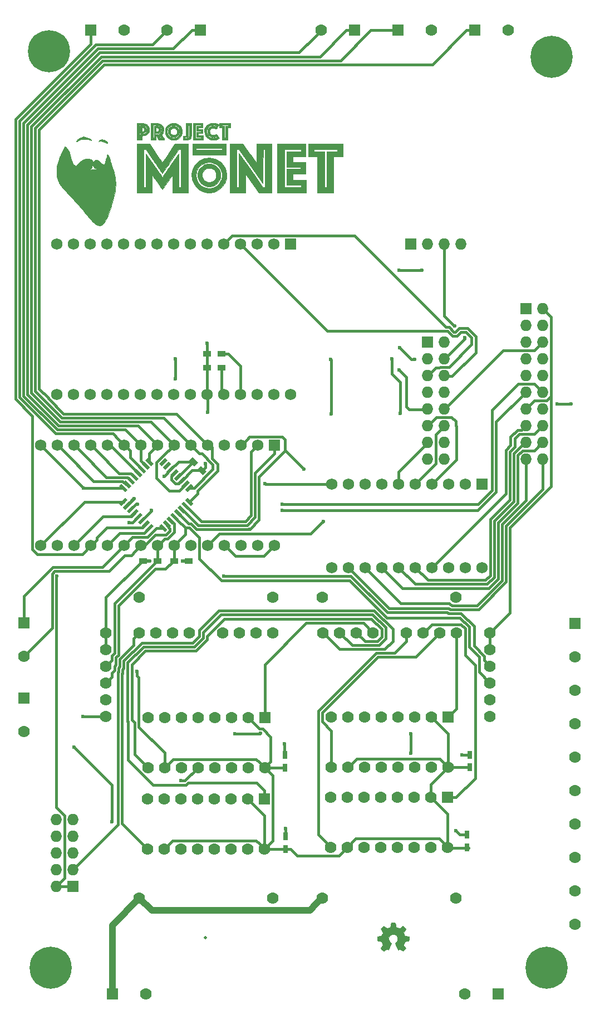
<source format=gtl>
G04 #@! TF.FileFunction,Copper,L1,Top,Signal*
%FSLAX46Y46*%
G04 Gerber Fmt 4.6, Leading zero omitted, Abs format (unit mm)*
G04 Created by KiCad (PCBNEW 4.0.4-stable) date Thursday, September 01, 2016 'PMt' 05:44:21 PM*
%MOMM*%
%LPD*%
G01*
G04 APERTURE LIST*
%ADD10C,0.100000*%
%ADD11C,0.010000*%
%ADD12C,0.508000*%
%ADD13R,1.727200X1.727200*%
%ADD14C,1.727200*%
%ADD15R,1.778000X1.778000*%
%ADD16C,1.778000*%
%ADD17C,6.400000*%
%ADD18R,0.750000X1.200000*%
%ADD19O,1.727200X1.727200*%
%ADD20R,1.200000X0.900000*%
%ADD21C,0.600000*%
%ADD22C,0.400000*%
%ADD23C,1.000000*%
%ADD24C,0.500000*%
G04 APERTURE END LIST*
D10*
D11*
G36*
X67468361Y-89548743D02*
X67532547Y-89604814D01*
X67615723Y-89684843D01*
X67638223Y-89707498D01*
X67804664Y-89913357D01*
X67954079Y-90175951D01*
X68087259Y-90496920D01*
X68204995Y-90877907D01*
X68208529Y-90891157D01*
X68297653Y-91220324D01*
X68376265Y-91493846D01*
X68447293Y-91718059D01*
X68513663Y-91899298D01*
X68578305Y-92043900D01*
X68644143Y-92158200D01*
X68714108Y-92248533D01*
X68791125Y-92321236D01*
X68878122Y-92382644D01*
X68905244Y-92399014D01*
X69045687Y-92481320D01*
X69356042Y-92168362D01*
X69620290Y-91920560D01*
X69869960Y-91728222D01*
X70113696Y-91587795D01*
X70360141Y-91495725D01*
X70617941Y-91448461D01*
X70895737Y-91442448D01*
X71083924Y-91458127D01*
X71282188Y-91488931D01*
X71424123Y-91529752D01*
X71516430Y-91583585D01*
X71565810Y-91653421D01*
X71572932Y-91676565D01*
X71613858Y-91784893D01*
X71673134Y-91836042D01*
X71753636Y-91830195D01*
X71858245Y-91767536D01*
X71936969Y-91699771D01*
X72041622Y-91611793D01*
X72125001Y-91567228D01*
X72188097Y-91557075D01*
X72256934Y-91561993D01*
X72321622Y-91581196D01*
X72392397Y-91621357D01*
X72479489Y-91689147D01*
X72593132Y-91791240D01*
X72694737Y-91887430D01*
X72864776Y-92042034D01*
X73005790Y-92150616D01*
X73126183Y-92218348D01*
X73234362Y-92250404D01*
X73291505Y-92254703D01*
X73406447Y-92243660D01*
X73469182Y-92207645D01*
X73487496Y-92145280D01*
X73497553Y-92088320D01*
X73524903Y-91986368D01*
X73565316Y-91854089D01*
X73612311Y-91712655D01*
X73666751Y-91544613D01*
X73716532Y-91372557D01*
X73755317Y-91219401D01*
X73773667Y-91128985D01*
X73799843Y-90967354D01*
X73818904Y-90860822D01*
X73836248Y-90802313D01*
X73857275Y-90784751D01*
X73887382Y-90801060D01*
X73931967Y-90844166D01*
X73965477Y-90877573D01*
X74036691Y-90953345D01*
X74095841Y-91033815D01*
X74146990Y-91128965D01*
X74194198Y-91248777D01*
X74241526Y-91403230D01*
X74293035Y-91602306D01*
X74338709Y-91794902D01*
X74449211Y-92218421D01*
X74579836Y-92613701D01*
X74657218Y-92814399D01*
X74806867Y-93210028D01*
X74922659Y-93576426D01*
X75007952Y-93931006D01*
X75066105Y-94291177D01*
X75100476Y-94674350D01*
X75114423Y-95097936D01*
X75115054Y-95187911D01*
X75113299Y-95454986D01*
X75105205Y-95704792D01*
X75089333Y-95944886D01*
X75064244Y-96182825D01*
X75028498Y-96426169D01*
X74980656Y-96682475D01*
X74919278Y-96959300D01*
X74842925Y-97264203D01*
X74750158Y-97604741D01*
X74639537Y-97988472D01*
X74509622Y-98422955D01*
X74480926Y-98517499D01*
X74359101Y-98913436D01*
X74250684Y-99255186D01*
X74153092Y-99549931D01*
X74063742Y-99804857D01*
X73980051Y-100027146D01*
X73899435Y-100223983D01*
X73819312Y-100402551D01*
X73756965Y-100530849D01*
X73575172Y-100860421D01*
X73391983Y-101127096D01*
X73206598Y-101331397D01*
X73018221Y-101473846D01*
X72826052Y-101554963D01*
X72629295Y-101575273D01*
X72427150Y-101535295D01*
X72302001Y-101482110D01*
X72173079Y-101410819D01*
X72043801Y-101326156D01*
X71910214Y-101224071D01*
X71768368Y-101100513D01*
X71614310Y-100951433D01*
X71444088Y-100772780D01*
X71253751Y-100560502D01*
X71039346Y-100310551D01*
X70796923Y-100018874D01*
X70522528Y-99681423D01*
X70416229Y-99549289D01*
X70134859Y-99203741D01*
X69852816Y-98866876D01*
X69579397Y-98549488D01*
X69323899Y-98262368D01*
X69095620Y-98016308D01*
X69095611Y-98016298D01*
X68714603Y-97615896D01*
X68375121Y-97257320D01*
X68074261Y-96937141D01*
X67809121Y-96651927D01*
X67576799Y-96398247D01*
X67374391Y-96172671D01*
X67198995Y-95971766D01*
X67047709Y-95792101D01*
X66917628Y-95630247D01*
X66805851Y-95482771D01*
X66709476Y-95346243D01*
X66625598Y-95217231D01*
X66551316Y-95092304D01*
X66483727Y-94968032D01*
X66434505Y-94870807D01*
X66321627Y-94616244D01*
X66239546Y-94367013D01*
X66184010Y-94104770D01*
X66150767Y-93811166D01*
X66139158Y-93596428D01*
X66138293Y-93262468D01*
X66138398Y-93260975D01*
X70348170Y-93260975D01*
X70361965Y-93270882D01*
X70427677Y-93268665D01*
X70535294Y-93255878D01*
X70674805Y-93234075D01*
X70836199Y-93204813D01*
X71009464Y-93169643D01*
X71172639Y-93132960D01*
X71567047Y-93059336D01*
X71931069Y-93031584D01*
X72260132Y-93049807D01*
X72512402Y-93102542D01*
X72617391Y-93131000D01*
X72693728Y-93146804D01*
X72726197Y-93146865D01*
X72726447Y-93145979D01*
X72698875Y-93126546D01*
X72626227Y-93093829D01*
X72523608Y-93054561D01*
X72512402Y-93050576D01*
X72365387Y-92995723D01*
X72206851Y-92932148D01*
X72103019Y-92887662D01*
X71974417Y-92818898D01*
X71845209Y-92730945D01*
X71729907Y-92635737D01*
X71643020Y-92545209D01*
X71599801Y-92473751D01*
X71574272Y-92418128D01*
X71554537Y-92419582D01*
X71543743Y-92471824D01*
X71545040Y-92568565D01*
X71546018Y-92581199D01*
X71544655Y-92695748D01*
X71516044Y-92792530D01*
X71454436Y-92875491D01*
X71354086Y-92948579D01*
X71209244Y-93015740D01*
X71014163Y-93080919D01*
X70763095Y-93148065D01*
X70696984Y-93164163D01*
X70559873Y-93198226D01*
X70447077Y-93228398D01*
X70372009Y-93250955D01*
X70348170Y-93260975D01*
X66138398Y-93260975D01*
X66161701Y-92932440D01*
X66211451Y-92597062D01*
X66289616Y-92247053D01*
X66398268Y-91873130D01*
X66539477Y-91466013D01*
X66714671Y-91017998D01*
X66777008Y-90870575D01*
X66852614Y-90699684D01*
X66937284Y-90514019D01*
X67026813Y-90322277D01*
X67116995Y-90133150D01*
X67203624Y-89955335D01*
X67282496Y-89797526D01*
X67349405Y-89668417D01*
X67400145Y-89576704D01*
X67430510Y-89531082D01*
X67435542Y-89527611D01*
X67468361Y-89548743D01*
X67468361Y-89548743D01*
G37*
X67468361Y-89548743D02*
X67532547Y-89604814D01*
X67615723Y-89684843D01*
X67638223Y-89707498D01*
X67804664Y-89913357D01*
X67954079Y-90175951D01*
X68087259Y-90496920D01*
X68204995Y-90877907D01*
X68208529Y-90891157D01*
X68297653Y-91220324D01*
X68376265Y-91493846D01*
X68447293Y-91718059D01*
X68513663Y-91899298D01*
X68578305Y-92043900D01*
X68644143Y-92158200D01*
X68714108Y-92248533D01*
X68791125Y-92321236D01*
X68878122Y-92382644D01*
X68905244Y-92399014D01*
X69045687Y-92481320D01*
X69356042Y-92168362D01*
X69620290Y-91920560D01*
X69869960Y-91728222D01*
X70113696Y-91587795D01*
X70360141Y-91495725D01*
X70617941Y-91448461D01*
X70895737Y-91442448D01*
X71083924Y-91458127D01*
X71282188Y-91488931D01*
X71424123Y-91529752D01*
X71516430Y-91583585D01*
X71565810Y-91653421D01*
X71572932Y-91676565D01*
X71613858Y-91784893D01*
X71673134Y-91836042D01*
X71753636Y-91830195D01*
X71858245Y-91767536D01*
X71936969Y-91699771D01*
X72041622Y-91611793D01*
X72125001Y-91567228D01*
X72188097Y-91557075D01*
X72256934Y-91561993D01*
X72321622Y-91581196D01*
X72392397Y-91621357D01*
X72479489Y-91689147D01*
X72593132Y-91791240D01*
X72694737Y-91887430D01*
X72864776Y-92042034D01*
X73005790Y-92150616D01*
X73126183Y-92218348D01*
X73234362Y-92250404D01*
X73291505Y-92254703D01*
X73406447Y-92243660D01*
X73469182Y-92207645D01*
X73487496Y-92145280D01*
X73497553Y-92088320D01*
X73524903Y-91986368D01*
X73565316Y-91854089D01*
X73612311Y-91712655D01*
X73666751Y-91544613D01*
X73716532Y-91372557D01*
X73755317Y-91219401D01*
X73773667Y-91128985D01*
X73799843Y-90967354D01*
X73818904Y-90860822D01*
X73836248Y-90802313D01*
X73857275Y-90784751D01*
X73887382Y-90801060D01*
X73931967Y-90844166D01*
X73965477Y-90877573D01*
X74036691Y-90953345D01*
X74095841Y-91033815D01*
X74146990Y-91128965D01*
X74194198Y-91248777D01*
X74241526Y-91403230D01*
X74293035Y-91602306D01*
X74338709Y-91794902D01*
X74449211Y-92218421D01*
X74579836Y-92613701D01*
X74657218Y-92814399D01*
X74806867Y-93210028D01*
X74922659Y-93576426D01*
X75007952Y-93931006D01*
X75066105Y-94291177D01*
X75100476Y-94674350D01*
X75114423Y-95097936D01*
X75115054Y-95187911D01*
X75113299Y-95454986D01*
X75105205Y-95704792D01*
X75089333Y-95944886D01*
X75064244Y-96182825D01*
X75028498Y-96426169D01*
X74980656Y-96682475D01*
X74919278Y-96959300D01*
X74842925Y-97264203D01*
X74750158Y-97604741D01*
X74639537Y-97988472D01*
X74509622Y-98422955D01*
X74480926Y-98517499D01*
X74359101Y-98913436D01*
X74250684Y-99255186D01*
X74153092Y-99549931D01*
X74063742Y-99804857D01*
X73980051Y-100027146D01*
X73899435Y-100223983D01*
X73819312Y-100402551D01*
X73756965Y-100530849D01*
X73575172Y-100860421D01*
X73391983Y-101127096D01*
X73206598Y-101331397D01*
X73018221Y-101473846D01*
X72826052Y-101554963D01*
X72629295Y-101575273D01*
X72427150Y-101535295D01*
X72302001Y-101482110D01*
X72173079Y-101410819D01*
X72043801Y-101326156D01*
X71910214Y-101224071D01*
X71768368Y-101100513D01*
X71614310Y-100951433D01*
X71444088Y-100772780D01*
X71253751Y-100560502D01*
X71039346Y-100310551D01*
X70796923Y-100018874D01*
X70522528Y-99681423D01*
X70416229Y-99549289D01*
X70134859Y-99203741D01*
X69852816Y-98866876D01*
X69579397Y-98549488D01*
X69323899Y-98262368D01*
X69095620Y-98016308D01*
X69095611Y-98016298D01*
X68714603Y-97615896D01*
X68375121Y-97257320D01*
X68074261Y-96937141D01*
X67809121Y-96651927D01*
X67576799Y-96398247D01*
X67374391Y-96172671D01*
X67198995Y-95971766D01*
X67047709Y-95792101D01*
X66917628Y-95630247D01*
X66805851Y-95482771D01*
X66709476Y-95346243D01*
X66625598Y-95217231D01*
X66551316Y-95092304D01*
X66483727Y-94968032D01*
X66434505Y-94870807D01*
X66321627Y-94616244D01*
X66239546Y-94367013D01*
X66184010Y-94104770D01*
X66150767Y-93811166D01*
X66139158Y-93596428D01*
X66138293Y-93262468D01*
X66138398Y-93260975D01*
X70348170Y-93260975D01*
X70361965Y-93270882D01*
X70427677Y-93268665D01*
X70535294Y-93255878D01*
X70674805Y-93234075D01*
X70836199Y-93204813D01*
X71009464Y-93169643D01*
X71172639Y-93132960D01*
X71567047Y-93059336D01*
X71931069Y-93031584D01*
X72260132Y-93049807D01*
X72512402Y-93102542D01*
X72617391Y-93131000D01*
X72693728Y-93146804D01*
X72726197Y-93146865D01*
X72726447Y-93145979D01*
X72698875Y-93126546D01*
X72626227Y-93093829D01*
X72523608Y-93054561D01*
X72512402Y-93050576D01*
X72365387Y-92995723D01*
X72206851Y-92932148D01*
X72103019Y-92887662D01*
X71974417Y-92818898D01*
X71845209Y-92730945D01*
X71729907Y-92635737D01*
X71643020Y-92545209D01*
X71599801Y-92473751D01*
X71574272Y-92418128D01*
X71554537Y-92419582D01*
X71543743Y-92471824D01*
X71545040Y-92568565D01*
X71546018Y-92581199D01*
X71544655Y-92695748D01*
X71516044Y-92792530D01*
X71454436Y-92875491D01*
X71354086Y-92948579D01*
X71209244Y-93015740D01*
X71014163Y-93080919D01*
X70763095Y-93148065D01*
X70696984Y-93164163D01*
X70559873Y-93198226D01*
X70447077Y-93228398D01*
X70372009Y-93250955D01*
X70348170Y-93260975D01*
X66138398Y-93260975D01*
X66161701Y-92932440D01*
X66211451Y-92597062D01*
X66289616Y-92247053D01*
X66398268Y-91873130D01*
X66539477Y-91466013D01*
X66714671Y-91017998D01*
X66777008Y-90870575D01*
X66852614Y-90699684D01*
X66937284Y-90514019D01*
X67026813Y-90322277D01*
X67116995Y-90133150D01*
X67203624Y-89955335D01*
X67282496Y-89797526D01*
X67349405Y-89668417D01*
X67400145Y-89576704D01*
X67430510Y-89531082D01*
X67435542Y-89527611D01*
X67468361Y-89548743D01*
G36*
X79313007Y-89154556D02*
X80286832Y-89162942D01*
X81245635Y-90573485D01*
X81427482Y-90840461D01*
X81598981Y-91091186D01*
X81756779Y-91320829D01*
X81897522Y-91524559D01*
X82017855Y-91697546D01*
X82114425Y-91834959D01*
X82183877Y-91931967D01*
X82222858Y-91983739D01*
X82229924Y-91991169D01*
X82251939Y-91966993D01*
X82305904Y-91894890D01*
X82388497Y-91779637D01*
X82496395Y-91626011D01*
X82626274Y-91438792D01*
X82774811Y-91222757D01*
X82938683Y-90982684D01*
X83114568Y-90723351D01*
X83210918Y-90580626D01*
X84166425Y-89162942D01*
X85153178Y-89154563D01*
X86139930Y-89146184D01*
X86139930Y-96567312D01*
X83761653Y-96567312D01*
X83761653Y-95228682D01*
X83761409Y-94898542D01*
X83760560Y-94626753D01*
X83758936Y-94408246D01*
X83756363Y-94237954D01*
X83752671Y-94110808D01*
X83747686Y-94021740D01*
X83741236Y-93965681D01*
X83733150Y-93937564D01*
X83723255Y-93932319D01*
X83717768Y-93936484D01*
X83690635Y-93972430D01*
X83632162Y-94054926D01*
X83546496Y-94177959D01*
X83437784Y-94335516D01*
X83310172Y-94521583D01*
X83167806Y-94730147D01*
X83014833Y-94955194D01*
X82986044Y-94997649D01*
X82831814Y-95224741D01*
X82687649Y-95436183D01*
X82557655Y-95626012D01*
X82445944Y-95788261D01*
X82356624Y-95916967D01*
X82293805Y-96006165D01*
X82261595Y-96049890D01*
X82259292Y-96052547D01*
X82242914Y-96053168D01*
X82213428Y-96030219D01*
X82167978Y-95979856D01*
X82103705Y-95898235D01*
X82017754Y-95781511D01*
X81907266Y-95625839D01*
X81769385Y-95427376D01*
X81601253Y-95182277D01*
X81476846Y-94999739D01*
X81317147Y-94765761D01*
X81168081Y-94548853D01*
X81033481Y-94354481D01*
X80917175Y-94188109D01*
X80822997Y-94055202D01*
X80754775Y-93961224D01*
X80716342Y-93911639D01*
X80709531Y-93905203D01*
X80704465Y-93935481D01*
X80699769Y-94022639D01*
X80695557Y-94160135D01*
X80691948Y-94341431D01*
X80689058Y-94559985D01*
X80687005Y-94809256D01*
X80685905Y-95082705D01*
X80685748Y-95235477D01*
X80685748Y-96567312D01*
X78339181Y-96567312D01*
X78339181Y-89999953D01*
X79417334Y-89999953D01*
X79417334Y-95711132D01*
X79734060Y-95711132D01*
X79742176Y-93170305D01*
X79750292Y-90629479D01*
X80983275Y-92425112D01*
X81190448Y-92726403D01*
X81387256Y-93011801D01*
X81570748Y-93277079D01*
X81737974Y-93518012D01*
X81885985Y-93730374D01*
X82011830Y-93909937D01*
X82112558Y-94052476D01*
X82185221Y-94153765D01*
X82226867Y-94209577D01*
X82235834Y-94219488D01*
X82256528Y-94193750D01*
X82309916Y-94119807D01*
X82393056Y-94001912D01*
X82503002Y-93844318D01*
X82636810Y-93651280D01*
X82791536Y-93427052D01*
X82964237Y-93175886D01*
X83151967Y-92902037D01*
X83351782Y-92609760D01*
X83476260Y-92427299D01*
X84697109Y-90636368D01*
X84713341Y-95711132D01*
X85030068Y-95711132D01*
X85030068Y-89999953D01*
X84866775Y-90009537D01*
X84703482Y-90019122D01*
X83479446Y-91824482D01*
X83273796Y-92127190D01*
X83078230Y-92413870D01*
X82895689Y-92680288D01*
X82729113Y-92922208D01*
X82581441Y-93135395D01*
X82455615Y-93315614D01*
X82354575Y-93458628D01*
X82281260Y-93560203D01*
X82238612Y-93616104D01*
X82228810Y-93625963D01*
X82206953Y-93599756D01*
X82152473Y-93525299D01*
X82068323Y-93406849D01*
X81957454Y-93248660D01*
X81822818Y-93054987D01*
X81667368Y-92830085D01*
X81494055Y-92578209D01*
X81305832Y-92303613D01*
X81105649Y-92010553D01*
X80976250Y-91820603D01*
X79750292Y-90019122D01*
X79583813Y-90009537D01*
X79417334Y-89999953D01*
X78339181Y-89999953D01*
X78339181Y-89146171D01*
X79313007Y-89154556D01*
X79313007Y-89154556D01*
G37*
X79313007Y-89154556D02*
X80286832Y-89162942D01*
X81245635Y-90573485D01*
X81427482Y-90840461D01*
X81598981Y-91091186D01*
X81756779Y-91320829D01*
X81897522Y-91524559D01*
X82017855Y-91697546D01*
X82114425Y-91834959D01*
X82183877Y-91931967D01*
X82222858Y-91983739D01*
X82229924Y-91991169D01*
X82251939Y-91966993D01*
X82305904Y-91894890D01*
X82388497Y-91779637D01*
X82496395Y-91626011D01*
X82626274Y-91438792D01*
X82774811Y-91222757D01*
X82938683Y-90982684D01*
X83114568Y-90723351D01*
X83210918Y-90580626D01*
X84166425Y-89162942D01*
X85153178Y-89154563D01*
X86139930Y-89146184D01*
X86139930Y-96567312D01*
X83761653Y-96567312D01*
X83761653Y-95228682D01*
X83761409Y-94898542D01*
X83760560Y-94626753D01*
X83758936Y-94408246D01*
X83756363Y-94237954D01*
X83752671Y-94110808D01*
X83747686Y-94021740D01*
X83741236Y-93965681D01*
X83733150Y-93937564D01*
X83723255Y-93932319D01*
X83717768Y-93936484D01*
X83690635Y-93972430D01*
X83632162Y-94054926D01*
X83546496Y-94177959D01*
X83437784Y-94335516D01*
X83310172Y-94521583D01*
X83167806Y-94730147D01*
X83014833Y-94955194D01*
X82986044Y-94997649D01*
X82831814Y-95224741D01*
X82687649Y-95436183D01*
X82557655Y-95626012D01*
X82445944Y-95788261D01*
X82356624Y-95916967D01*
X82293805Y-96006165D01*
X82261595Y-96049890D01*
X82259292Y-96052547D01*
X82242914Y-96053168D01*
X82213428Y-96030219D01*
X82167978Y-95979856D01*
X82103705Y-95898235D01*
X82017754Y-95781511D01*
X81907266Y-95625839D01*
X81769385Y-95427376D01*
X81601253Y-95182277D01*
X81476846Y-94999739D01*
X81317147Y-94765761D01*
X81168081Y-94548853D01*
X81033481Y-94354481D01*
X80917175Y-94188109D01*
X80822997Y-94055202D01*
X80754775Y-93961224D01*
X80716342Y-93911639D01*
X80709531Y-93905203D01*
X80704465Y-93935481D01*
X80699769Y-94022639D01*
X80695557Y-94160135D01*
X80691948Y-94341431D01*
X80689058Y-94559985D01*
X80687005Y-94809256D01*
X80685905Y-95082705D01*
X80685748Y-95235477D01*
X80685748Y-96567312D01*
X78339181Y-96567312D01*
X78339181Y-89999953D01*
X79417334Y-89999953D01*
X79417334Y-95711132D01*
X79734060Y-95711132D01*
X79742176Y-93170305D01*
X79750292Y-90629479D01*
X80983275Y-92425112D01*
X81190448Y-92726403D01*
X81387256Y-93011801D01*
X81570748Y-93277079D01*
X81737974Y-93518012D01*
X81885985Y-93730374D01*
X82011830Y-93909937D01*
X82112558Y-94052476D01*
X82185221Y-94153765D01*
X82226867Y-94209577D01*
X82235834Y-94219488D01*
X82256528Y-94193750D01*
X82309916Y-94119807D01*
X82393056Y-94001912D01*
X82503002Y-93844318D01*
X82636810Y-93651280D01*
X82791536Y-93427052D01*
X82964237Y-93175886D01*
X83151967Y-92902037D01*
X83351782Y-92609760D01*
X83476260Y-92427299D01*
X84697109Y-90636368D01*
X84713341Y-95711132D01*
X85030068Y-95711132D01*
X85030068Y-89999953D01*
X84866775Y-90009537D01*
X84703482Y-90019122D01*
X83479446Y-91824482D01*
X83273796Y-92127190D01*
X83078230Y-92413870D01*
X82895689Y-92680288D01*
X82729113Y-92922208D01*
X82581441Y-93135395D01*
X82455615Y-93315614D01*
X82354575Y-93458628D01*
X82281260Y-93560203D01*
X82238612Y-93616104D01*
X82228810Y-93625963D01*
X82206953Y-93599756D01*
X82152473Y-93525299D01*
X82068323Y-93406849D01*
X81957454Y-93248660D01*
X81822818Y-93054987D01*
X81667368Y-92830085D01*
X81494055Y-92578209D01*
X81305832Y-92303613D01*
X81105649Y-92010553D01*
X80976250Y-91820603D01*
X79750292Y-90019122D01*
X79583813Y-90009537D01*
X79417334Y-89999953D01*
X78339181Y-89999953D01*
X78339181Y-89146171D01*
X79313007Y-89154556D01*
G36*
X89765623Y-91300593D02*
X90145262Y-91390478D01*
X90504827Y-91534883D01*
X90838977Y-91729708D01*
X91142372Y-91970853D01*
X91409671Y-92254217D01*
X91635533Y-92575699D01*
X91814618Y-92931200D01*
X91916740Y-93223663D01*
X91956669Y-93414802D01*
X91981975Y-93645370D01*
X91992450Y-93895376D01*
X91987885Y-94144830D01*
X91968071Y-94373742D01*
X91932800Y-94562120D01*
X91930781Y-94569559D01*
X91793641Y-94950264D01*
X91596226Y-95320825D01*
X91342276Y-95674713D01*
X91180119Y-95841927D01*
X90971220Y-96010430D01*
X90731289Y-96170481D01*
X90476038Y-96312340D01*
X90221178Y-96426265D01*
X90024450Y-96491751D01*
X89866913Y-96522308D01*
X89666427Y-96543412D01*
X89442814Y-96554651D01*
X89215898Y-96555611D01*
X89005501Y-96545880D01*
X88831448Y-96525044D01*
X88793033Y-96517411D01*
X88405980Y-96399668D01*
X88045962Y-96227123D01*
X87717659Y-96004322D01*
X87425753Y-95735814D01*
X87174927Y-95426148D01*
X86969861Y-95079871D01*
X86815239Y-94701531D01*
X86771585Y-94553704D01*
X86723881Y-94300166D01*
X86702386Y-94013747D01*
X86704334Y-93892100D01*
X87380779Y-93892100D01*
X87387308Y-94062099D01*
X87441650Y-94412496D01*
X87553080Y-94735443D01*
X87721326Y-95030338D01*
X87946113Y-95296578D01*
X87948448Y-95298897D01*
X88226010Y-95532128D01*
X88528351Y-95707856D01*
X88851108Y-95824906D01*
X89189920Y-95882103D01*
X89540423Y-95878275D01*
X89876720Y-95817967D01*
X90166742Y-95711422D01*
X90441915Y-95551196D01*
X90693429Y-95346271D01*
X90912472Y-95105629D01*
X91090236Y-94838251D01*
X91217910Y-94553119D01*
X91259967Y-94407737D01*
X91291106Y-94216202D01*
X91305508Y-93993305D01*
X91303208Y-93763623D01*
X91284246Y-93551735D01*
X91258453Y-93416708D01*
X91156355Y-93133567D01*
X91002842Y-92858493D01*
X90808025Y-92603905D01*
X90582013Y-92382223D01*
X90334919Y-92205867D01*
X90225003Y-92147206D01*
X89896943Y-92022837D01*
X89563193Y-91957815D01*
X89230346Y-91949916D01*
X88904992Y-91996917D01*
X88593722Y-92096593D01*
X88303126Y-92246722D01*
X88039796Y-92445079D01*
X87810322Y-92689442D01*
X87621295Y-92977587D01*
X87591161Y-93035764D01*
X87470759Y-93321464D01*
X87402088Y-93599578D01*
X87380779Y-93892100D01*
X86704334Y-93892100D01*
X86707102Y-93719318D01*
X86738034Y-93441752D01*
X86771367Y-93285289D01*
X86907239Y-92890693D01*
X87095632Y-92528085D01*
X87332880Y-92201703D01*
X87615318Y-91915783D01*
X87939280Y-91674564D01*
X88301101Y-91482284D01*
X88348543Y-91462010D01*
X88642701Y-91358923D01*
X88940354Y-91296541D01*
X89264008Y-91270625D01*
X89371252Y-91269330D01*
X89765623Y-91300593D01*
X89765623Y-91300593D01*
G37*
X89765623Y-91300593D02*
X90145262Y-91390478D01*
X90504827Y-91534883D01*
X90838977Y-91729708D01*
X91142372Y-91970853D01*
X91409671Y-92254217D01*
X91635533Y-92575699D01*
X91814618Y-92931200D01*
X91916740Y-93223663D01*
X91956669Y-93414802D01*
X91981975Y-93645370D01*
X91992450Y-93895376D01*
X91987885Y-94144830D01*
X91968071Y-94373742D01*
X91932800Y-94562120D01*
X91930781Y-94569559D01*
X91793641Y-94950264D01*
X91596226Y-95320825D01*
X91342276Y-95674713D01*
X91180119Y-95841927D01*
X90971220Y-96010430D01*
X90731289Y-96170481D01*
X90476038Y-96312340D01*
X90221178Y-96426265D01*
X90024450Y-96491751D01*
X89866913Y-96522308D01*
X89666427Y-96543412D01*
X89442814Y-96554651D01*
X89215898Y-96555611D01*
X89005501Y-96545880D01*
X88831448Y-96525044D01*
X88793033Y-96517411D01*
X88405980Y-96399668D01*
X88045962Y-96227123D01*
X87717659Y-96004322D01*
X87425753Y-95735814D01*
X87174927Y-95426148D01*
X86969861Y-95079871D01*
X86815239Y-94701531D01*
X86771585Y-94553704D01*
X86723881Y-94300166D01*
X86702386Y-94013747D01*
X86704334Y-93892100D01*
X87380779Y-93892100D01*
X87387308Y-94062099D01*
X87441650Y-94412496D01*
X87553080Y-94735443D01*
X87721326Y-95030338D01*
X87946113Y-95296578D01*
X87948448Y-95298897D01*
X88226010Y-95532128D01*
X88528351Y-95707856D01*
X88851108Y-95824906D01*
X89189920Y-95882103D01*
X89540423Y-95878275D01*
X89876720Y-95817967D01*
X90166742Y-95711422D01*
X90441915Y-95551196D01*
X90693429Y-95346271D01*
X90912472Y-95105629D01*
X91090236Y-94838251D01*
X91217910Y-94553119D01*
X91259967Y-94407737D01*
X91291106Y-94216202D01*
X91305508Y-93993305D01*
X91303208Y-93763623D01*
X91284246Y-93551735D01*
X91258453Y-93416708D01*
X91156355Y-93133567D01*
X91002842Y-92858493D01*
X90808025Y-92603905D01*
X90582013Y-92382223D01*
X90334919Y-92205867D01*
X90225003Y-92147206D01*
X89896943Y-92022837D01*
X89563193Y-91957815D01*
X89230346Y-91949916D01*
X88904992Y-91996917D01*
X88593722Y-92096593D01*
X88303126Y-92246722D01*
X88039796Y-92445079D01*
X87810322Y-92689442D01*
X87621295Y-92977587D01*
X87591161Y-93035764D01*
X87470759Y-93321464D01*
X87402088Y-93599578D01*
X87380779Y-93892100D01*
X86704334Y-93892100D01*
X86707102Y-93719318D01*
X86738034Y-93441752D01*
X86771367Y-93285289D01*
X86907239Y-92890693D01*
X87095632Y-92528085D01*
X87332880Y-92201703D01*
X87615318Y-91915783D01*
X87939280Y-91674564D01*
X88301101Y-91482284D01*
X88348543Y-91462010D01*
X88642701Y-91358923D01*
X88940354Y-91296541D01*
X89264008Y-91270625D01*
X89371252Y-91269330D01*
X89765623Y-91300593D01*
G36*
X93518903Y-89154556D02*
X94492383Y-89162942D01*
X95503365Y-90574053D01*
X95693568Y-90839000D01*
X95873149Y-91088117D01*
X96038653Y-91316682D01*
X96186626Y-91519973D01*
X96313611Y-91693268D01*
X96416155Y-91831843D01*
X96490801Y-91930976D01*
X96534095Y-91985944D01*
X96543493Y-91995735D01*
X96550253Y-91967318D01*
X96556290Y-91879806D01*
X96561517Y-91737524D01*
X96565845Y-91544794D01*
X96569185Y-91305939D01*
X96571449Y-91025282D01*
X96572546Y-90707147D01*
X96572639Y-90576696D01*
X96572639Y-89147087D01*
X98887496Y-89147087D01*
X98887496Y-96567312D01*
X96928061Y-96567312D01*
X94876135Y-93697524D01*
X94867884Y-95132418D01*
X94859634Y-96567312D01*
X92545423Y-96567312D01*
X92545423Y-95711132D01*
X93560155Y-95711132D01*
X93876884Y-95711132D01*
X93893114Y-90599218D01*
X95716460Y-93154399D01*
X97539805Y-95709579D01*
X97706285Y-95710356D01*
X97872764Y-95711132D01*
X97872764Y-90003267D01*
X97556034Y-90003267D01*
X97547920Y-92568096D01*
X97539805Y-95132925D01*
X95716134Y-92576024D01*
X93892462Y-90019122D01*
X93726309Y-90009537D01*
X93560155Y-89999953D01*
X93560155Y-95711132D01*
X92545423Y-95711132D01*
X92545423Y-89146171D01*
X93518903Y-89154556D01*
X93518903Y-89154556D01*
G37*
X93518903Y-89154556D02*
X94492383Y-89162942D01*
X95503365Y-90574053D01*
X95693568Y-90839000D01*
X95873149Y-91088117D01*
X96038653Y-91316682D01*
X96186626Y-91519973D01*
X96313611Y-91693268D01*
X96416155Y-91831843D01*
X96490801Y-91930976D01*
X96534095Y-91985944D01*
X96543493Y-91995735D01*
X96550253Y-91967318D01*
X96556290Y-91879806D01*
X96561517Y-91737524D01*
X96565845Y-91544794D01*
X96569185Y-91305939D01*
X96571449Y-91025282D01*
X96572546Y-90707147D01*
X96572639Y-90576696D01*
X96572639Y-89147087D01*
X98887496Y-89147087D01*
X98887496Y-96567312D01*
X96928061Y-96567312D01*
X94876135Y-93697524D01*
X94867884Y-95132418D01*
X94859634Y-96567312D01*
X92545423Y-96567312D01*
X92545423Y-95711132D01*
X93560155Y-95711132D01*
X93876884Y-95711132D01*
X93893114Y-90599218D01*
X95716460Y-93154399D01*
X97539805Y-95709579D01*
X97706285Y-95710356D01*
X97872764Y-95711132D01*
X97872764Y-90003267D01*
X97556034Y-90003267D01*
X97547920Y-92568096D01*
X97539805Y-95132925D01*
X95716134Y-92576024D01*
X93892462Y-90019122D01*
X93726309Y-90009537D01*
X93560155Y-89999953D01*
X93560155Y-95711132D01*
X92545423Y-95711132D01*
X92545423Y-89146171D01*
X93518903Y-89154556D01*
G36*
X104056285Y-91081419D02*
X102058532Y-91081419D01*
X102058532Y-91937599D01*
X104024575Y-91937599D01*
X104024575Y-93745090D01*
X102058532Y-93745090D01*
X102058532Y-94632980D01*
X104151416Y-94632980D01*
X104151416Y-96567312D01*
X99711965Y-96567312D01*
X99711965Y-90003267D01*
X100790118Y-90003267D01*
X100790118Y-95711132D01*
X103358657Y-95711132D01*
X103358657Y-95425739D01*
X101107221Y-95425739D01*
X101107221Y-92984041D01*
X103231815Y-92984041D01*
X103231815Y-92698648D01*
X101107221Y-92698648D01*
X101107221Y-90288660D01*
X103358657Y-90288660D01*
X103358657Y-90003267D01*
X100790118Y-90003267D01*
X99711965Y-90003267D01*
X99711965Y-89147087D01*
X104056285Y-89147087D01*
X104056285Y-91081419D01*
X104056285Y-91081419D01*
G37*
X104056285Y-91081419D02*
X102058532Y-91081419D01*
X102058532Y-91937599D01*
X104024575Y-91937599D01*
X104024575Y-93745090D01*
X102058532Y-93745090D01*
X102058532Y-94632980D01*
X104151416Y-94632980D01*
X104151416Y-96567312D01*
X99711965Y-96567312D01*
X99711965Y-90003267D01*
X100790118Y-90003267D01*
X100790118Y-95711132D01*
X103358657Y-95711132D01*
X103358657Y-95425739D01*
X101107221Y-95425739D01*
X101107221Y-92984041D01*
X103231815Y-92984041D01*
X103231815Y-92698648D01*
X101107221Y-92698648D01*
X101107221Y-90288660D01*
X103358657Y-90288660D01*
X103358657Y-90003267D01*
X100790118Y-90003267D01*
X99711965Y-90003267D01*
X99711965Y-89147087D01*
X104056285Y-89147087D01*
X104056285Y-91081419D01*
G36*
X109669019Y-91081419D02*
X108273763Y-91081419D01*
X108273763Y-96567312D01*
X105832065Y-96567312D01*
X105832065Y-91081419D01*
X104468520Y-91081419D01*
X104468520Y-90003267D01*
X105292989Y-90003267D01*
X105292989Y-90288660D01*
X106910217Y-90288660D01*
X106910217Y-95711132D01*
X107227321Y-95711132D01*
X107227321Y-90288660D01*
X108812839Y-90288660D01*
X108812839Y-90003267D01*
X105292989Y-90003267D01*
X104468520Y-90003267D01*
X104468520Y-89147087D01*
X109669019Y-89147087D01*
X109669019Y-91081419D01*
X109669019Y-91081419D01*
G37*
X109669019Y-91081419D02*
X108273763Y-91081419D01*
X108273763Y-96567312D01*
X105832065Y-96567312D01*
X105832065Y-91081419D01*
X104468520Y-91081419D01*
X104468520Y-90003267D01*
X105292989Y-90003267D01*
X105292989Y-90288660D01*
X106910217Y-90288660D01*
X106910217Y-95711132D01*
X107227321Y-95711132D01*
X107227321Y-90288660D01*
X108812839Y-90288660D01*
X108812839Y-90003267D01*
X105292989Y-90003267D01*
X104468520Y-90003267D01*
X104468520Y-89147087D01*
X109669019Y-89147087D01*
X109669019Y-91081419D01*
G36*
X91879506Y-90796026D02*
X86805848Y-90796026D01*
X86805848Y-89844715D01*
X87376634Y-89844715D01*
X87376634Y-90066688D01*
X91308719Y-90066688D01*
X91308719Y-89844715D01*
X87376634Y-89844715D01*
X86805848Y-89844715D01*
X86805848Y-89115377D01*
X91879506Y-89115377D01*
X91879506Y-90796026D01*
X91879506Y-90796026D01*
G37*
X91879506Y-90796026D02*
X86805848Y-90796026D01*
X86805848Y-89844715D01*
X87376634Y-89844715D01*
X87376634Y-90066688D01*
X91308719Y-90066688D01*
X91308719Y-89844715D01*
X87376634Y-89844715D01*
X86805848Y-89844715D01*
X86805848Y-89115377D01*
X91879506Y-89115377D01*
X91879506Y-90796026D01*
G36*
X73166050Y-88515083D02*
X73339429Y-88564104D01*
X73504872Y-88634579D01*
X73651403Y-88719256D01*
X73768046Y-88810883D01*
X73843826Y-88902208D01*
X73868020Y-88978901D01*
X73862273Y-89024042D01*
X73837877Y-89044315D01*
X73784106Y-89039565D01*
X73690231Y-89009635D01*
X73598482Y-88975002D01*
X73462081Y-88921042D01*
X73307205Y-88858090D01*
X73202103Y-88814357D01*
X73079782Y-88767020D01*
X72980574Y-88743427D01*
X72873459Y-88738592D01*
X72767002Y-88744447D01*
X72538018Y-88761533D01*
X72589376Y-88683151D01*
X72694509Y-88578408D01*
X72840107Y-88515557D01*
X73016739Y-88497349D01*
X73166050Y-88515083D01*
X73166050Y-88515083D01*
G37*
X73166050Y-88515083D02*
X73339429Y-88564104D01*
X73504872Y-88634579D01*
X73651403Y-88719256D01*
X73768046Y-88810883D01*
X73843826Y-88902208D01*
X73868020Y-88978901D01*
X73862273Y-89024042D01*
X73837877Y-89044315D01*
X73784106Y-89039565D01*
X73690231Y-89009635D01*
X73598482Y-88975002D01*
X73462081Y-88921042D01*
X73307205Y-88858090D01*
X73202103Y-88814357D01*
X73079782Y-88767020D01*
X72980574Y-88743427D01*
X72873459Y-88738592D01*
X72767002Y-88744447D01*
X72538018Y-88761533D01*
X72589376Y-88683151D01*
X72694509Y-88578408D01*
X72840107Y-88515557D01*
X73016739Y-88497349D01*
X73166050Y-88515083D01*
G36*
X70519320Y-88094135D02*
X70769177Y-88164457D01*
X71014837Y-88271986D01*
X71236814Y-88408804D01*
X71351033Y-88502128D01*
X71419449Y-88569778D01*
X71454413Y-88614228D01*
X71449037Y-88626569D01*
X71446709Y-88625918D01*
X71153659Y-88540841D01*
X70896605Y-88483082D01*
X70656073Y-88449211D01*
X70412588Y-88435799D01*
X70364025Y-88435279D01*
X70101165Y-88444028D01*
X69879969Y-88476259D01*
X69681388Y-88537125D01*
X69486373Y-88631773D01*
X69365967Y-88705099D01*
X69256568Y-88774797D01*
X69189742Y-88813872D01*
X69155485Y-88827164D01*
X69143790Y-88819512D01*
X69143176Y-88812865D01*
X69161478Y-88755712D01*
X69208490Y-88668585D01*
X69272372Y-88570272D01*
X69341284Y-88479562D01*
X69380543Y-88436179D01*
X69575065Y-88282424D01*
X69807426Y-88164948D01*
X70058897Y-88091357D01*
X70284749Y-88068935D01*
X70519320Y-88094135D01*
X70519320Y-88094135D01*
G37*
X70519320Y-88094135D02*
X70769177Y-88164457D01*
X71014837Y-88271986D01*
X71236814Y-88408804D01*
X71351033Y-88502128D01*
X71419449Y-88569778D01*
X71454413Y-88614228D01*
X71449037Y-88626569D01*
X71446709Y-88625918D01*
X71153659Y-88540841D01*
X70896605Y-88483082D01*
X70656073Y-88449211D01*
X70412588Y-88435799D01*
X70364025Y-88435279D01*
X70101165Y-88444028D01*
X69879969Y-88476259D01*
X69681388Y-88537125D01*
X69486373Y-88631773D01*
X69365967Y-88705099D01*
X69256568Y-88774797D01*
X69189742Y-88813872D01*
X69155485Y-88827164D01*
X69143790Y-88819512D01*
X69143176Y-88812865D01*
X69161478Y-88755712D01*
X69208490Y-88668585D01*
X69272372Y-88570272D01*
X69341284Y-88479562D01*
X69380543Y-88436179D01*
X69575065Y-88282424D01*
X69807426Y-88164948D01*
X70058897Y-88091357D01*
X70284749Y-88068935D01*
X70519320Y-88094135D01*
G36*
X84107146Y-85993394D02*
X84218952Y-86000324D01*
X84307305Y-86016394D01*
X84392176Y-86045304D01*
X84493536Y-86090753D01*
X84498626Y-86093161D01*
X84741876Y-86242685D01*
X84948099Y-86440102D01*
X85108296Y-86676412D01*
X85134930Y-86729465D01*
X85181181Y-86831996D01*
X85210734Y-86917169D01*
X85227285Y-87004955D01*
X85234536Y-87115325D01*
X85236183Y-87268253D01*
X85236185Y-87276176D01*
X85234818Y-87430289D01*
X85228195Y-87540759D01*
X85212533Y-87627345D01*
X85184047Y-87709807D01*
X85138955Y-87807906D01*
X85131406Y-87823390D01*
X84976971Y-88068676D01*
X84774975Y-88276471D01*
X84534446Y-88437719D01*
X84503085Y-88453677D01*
X84387456Y-88506560D01*
X84287587Y-88539231D01*
X84178679Y-88557348D01*
X84035930Y-88566565D01*
X84002707Y-88567784D01*
X83837348Y-88569392D01*
X83711524Y-88559229D01*
X83602002Y-88534575D01*
X83539681Y-88513630D01*
X83289215Y-88390999D01*
X83066743Y-88221320D01*
X82887510Y-88016299D01*
X82882203Y-88008622D01*
X82756849Y-87792247D01*
X82683211Y-87576390D01*
X82657813Y-87359200D01*
X82973043Y-87359200D01*
X83017836Y-87578195D01*
X83112696Y-87785070D01*
X83258176Y-87970664D01*
X83379850Y-88075331D01*
X83488519Y-88143681D01*
X83605762Y-88200855D01*
X83644107Y-88215158D01*
X83806590Y-88245746D01*
X83997292Y-88247755D01*
X84188799Y-88223061D01*
X84353700Y-88173537D01*
X84371628Y-88165433D01*
X84580188Y-88032978D01*
X84744449Y-87858076D01*
X84859718Y-87647814D01*
X84921300Y-87409277D01*
X84929135Y-87323741D01*
X84913137Y-87069711D01*
X84839849Y-86839714D01*
X84712137Y-86638963D01*
X84532865Y-86472669D01*
X84423093Y-86403131D01*
X84336223Y-86358197D01*
X84260129Y-86330332D01*
X84174761Y-86315531D01*
X84060065Y-86309786D01*
X83951915Y-86309010D01*
X83804857Y-86310805D01*
X83701127Y-86318861D01*
X83620671Y-86337184D01*
X83543438Y-86369779D01*
X83480737Y-86403131D01*
X83283487Y-86545283D01*
X83133539Y-86721129D01*
X83031448Y-86921505D01*
X82977765Y-87137250D01*
X82973043Y-87359200D01*
X82657813Y-87359200D01*
X82655645Y-87340668D01*
X82657908Y-87198358D01*
X82702951Y-86916940D01*
X82804736Y-86659394D01*
X82959113Y-86431855D01*
X83161933Y-86240462D01*
X83405205Y-86093161D01*
X83507736Y-86046910D01*
X83592908Y-86017357D01*
X83680694Y-86000806D01*
X83791065Y-85993555D01*
X83943993Y-85991908D01*
X83951915Y-85991906D01*
X84107146Y-85993394D01*
X84107146Y-85993394D01*
G37*
X84107146Y-85993394D02*
X84218952Y-86000324D01*
X84307305Y-86016394D01*
X84392176Y-86045304D01*
X84493536Y-86090753D01*
X84498626Y-86093161D01*
X84741876Y-86242685D01*
X84948099Y-86440102D01*
X85108296Y-86676412D01*
X85134930Y-86729465D01*
X85181181Y-86831996D01*
X85210734Y-86917169D01*
X85227285Y-87004955D01*
X85234536Y-87115325D01*
X85236183Y-87268253D01*
X85236185Y-87276176D01*
X85234818Y-87430289D01*
X85228195Y-87540759D01*
X85212533Y-87627345D01*
X85184047Y-87709807D01*
X85138955Y-87807906D01*
X85131406Y-87823390D01*
X84976971Y-88068676D01*
X84774975Y-88276471D01*
X84534446Y-88437719D01*
X84503085Y-88453677D01*
X84387456Y-88506560D01*
X84287587Y-88539231D01*
X84178679Y-88557348D01*
X84035930Y-88566565D01*
X84002707Y-88567784D01*
X83837348Y-88569392D01*
X83711524Y-88559229D01*
X83602002Y-88534575D01*
X83539681Y-88513630D01*
X83289215Y-88390999D01*
X83066743Y-88221320D01*
X82887510Y-88016299D01*
X82882203Y-88008622D01*
X82756849Y-87792247D01*
X82683211Y-87576390D01*
X82657813Y-87359200D01*
X82973043Y-87359200D01*
X83017836Y-87578195D01*
X83112696Y-87785070D01*
X83258176Y-87970664D01*
X83379850Y-88075331D01*
X83488519Y-88143681D01*
X83605762Y-88200855D01*
X83644107Y-88215158D01*
X83806590Y-88245746D01*
X83997292Y-88247755D01*
X84188799Y-88223061D01*
X84353700Y-88173537D01*
X84371628Y-88165433D01*
X84580188Y-88032978D01*
X84744449Y-87858076D01*
X84859718Y-87647814D01*
X84921300Y-87409277D01*
X84929135Y-87323741D01*
X84913137Y-87069711D01*
X84839849Y-86839714D01*
X84712137Y-86638963D01*
X84532865Y-86472669D01*
X84423093Y-86403131D01*
X84336223Y-86358197D01*
X84260129Y-86330332D01*
X84174761Y-86315531D01*
X84060065Y-86309786D01*
X83951915Y-86309010D01*
X83804857Y-86310805D01*
X83701127Y-86318861D01*
X83620671Y-86337184D01*
X83543438Y-86369779D01*
X83480737Y-86403131D01*
X83283487Y-86545283D01*
X83133539Y-86721129D01*
X83031448Y-86921505D01*
X82977765Y-87137250D01*
X82973043Y-87359200D01*
X82657813Y-87359200D01*
X82655645Y-87340668D01*
X82657908Y-87198358D01*
X82702951Y-86916940D01*
X82804736Y-86659394D01*
X82959113Y-86431855D01*
X83161933Y-86240462D01*
X83405205Y-86093161D01*
X83507736Y-86046910D01*
X83592908Y-86017357D01*
X83680694Y-86000806D01*
X83791065Y-85993555D01*
X83943993Y-85991908D01*
X83951915Y-85991906D01*
X84107146Y-85993394D01*
G36*
X90140036Y-85983324D02*
X90319861Y-86008816D01*
X90389119Y-86026073D01*
X90493745Y-86061585D01*
X90610417Y-86107466D01*
X90719085Y-86155119D01*
X90799699Y-86195948D01*
X90826089Y-86213444D01*
X90814614Y-86241378D01*
X90778902Y-86310970D01*
X90726339Y-86408901D01*
X90664313Y-86521857D01*
X90600210Y-86636519D01*
X90541417Y-86739572D01*
X90495320Y-86817698D01*
X90469307Y-86857581D01*
X90467936Y-86859115D01*
X90434153Y-86854819D01*
X90365083Y-86828361D01*
X90334760Y-86814354D01*
X90175029Y-86761514D01*
X89998018Y-86741393D01*
X89827929Y-86754684D01*
X89700001Y-86796179D01*
X89559576Y-86899758D01*
X89465362Y-87035809D01*
X89418871Y-87191814D01*
X89421616Y-87355252D01*
X89475108Y-87513607D01*
X89580860Y-87654358D01*
X89594770Y-87667346D01*
X89751230Y-87768048D01*
X89932553Y-87812075D01*
X90135160Y-87799437D01*
X90355467Y-87730144D01*
X90488105Y-87665015D01*
X90508845Y-87686903D01*
X90552495Y-87751296D01*
X90611355Y-87845150D01*
X90677726Y-87955424D01*
X90743910Y-88069077D01*
X90802206Y-88173066D01*
X90844917Y-88254351D01*
X90864341Y-88299888D01*
X90864774Y-88303061D01*
X90837483Y-88330007D01*
X90765716Y-88371417D01*
X90664637Y-88420179D01*
X90549407Y-88469179D01*
X90435187Y-88511305D01*
X90391291Y-88525199D01*
X90194331Y-88562897D01*
X89967190Y-88573716D01*
X89736921Y-88558100D01*
X89530578Y-88516491D01*
X89511952Y-88510807D01*
X89260716Y-88398766D01*
X89041581Y-88234938D01*
X88861992Y-88025965D01*
X88753105Y-87833617D01*
X88663696Y-87565733D01*
X88631991Y-87287930D01*
X88632808Y-87278678D01*
X88978842Y-87278678D01*
X88982473Y-87416315D01*
X88998135Y-87520402D01*
X89032983Y-87620624D01*
X89089411Y-87737414D01*
X89222603Y-87937086D01*
X89394444Y-88088475D01*
X89610368Y-88196133D01*
X89655441Y-88211575D01*
X89787637Y-88238269D01*
X89948770Y-88247979D01*
X90116335Y-88241606D01*
X90267832Y-88220049D01*
X90380757Y-88184207D01*
X90384250Y-88182439D01*
X90457550Y-88138522D01*
X90480412Y-88100315D01*
X90461590Y-88050762D01*
X90456262Y-88042162D01*
X90427743Y-88019297D01*
X90378875Y-88029391D01*
X90321979Y-88057585D01*
X90213065Y-88093463D01*
X90066022Y-88112025D01*
X89903768Y-88113134D01*
X89749222Y-88096655D01*
X89625305Y-88062450D01*
X89623645Y-88061736D01*
X89471899Y-87970691D01*
X89327339Y-87840406D01*
X89213045Y-87693038D01*
X89183180Y-87638893D01*
X89123330Y-87447471D01*
X89112187Y-87235767D01*
X89147647Y-87021449D01*
X89227608Y-86822189D01*
X89292279Y-86722139D01*
X89420369Y-86601415D01*
X89590439Y-86508153D01*
X89785283Y-86447037D01*
X89987693Y-86422749D01*
X90180462Y-86439973D01*
X90253724Y-86460473D01*
X90342054Y-86487025D01*
X90392508Y-86487592D01*
X90422933Y-86465026D01*
X90444906Y-86416639D01*
X90416362Y-86377613D01*
X90331965Y-86342846D01*
X90280485Y-86328765D01*
X90079140Y-86297879D01*
X89866906Y-86298598D01*
X89671318Y-86329939D01*
X89597627Y-86353176D01*
X89390019Y-86458003D01*
X89227167Y-86601498D01*
X89098449Y-86793384D01*
X89082590Y-86824577D01*
X89026024Y-86949034D01*
X88994515Y-87052530D01*
X88981140Y-87165365D01*
X88978842Y-87278678D01*
X88632808Y-87278678D01*
X88656486Y-87010741D01*
X88735680Y-86744698D01*
X88868067Y-86500336D01*
X88960316Y-86382043D01*
X89097049Y-86257957D01*
X89273390Y-86142807D01*
X89465728Y-86050569D01*
X89591098Y-86008727D01*
X89748959Y-85982699D01*
X89940837Y-85974425D01*
X90140036Y-85983324D01*
X90140036Y-85983324D01*
G37*
X90140036Y-85983324D02*
X90319861Y-86008816D01*
X90389119Y-86026073D01*
X90493745Y-86061585D01*
X90610417Y-86107466D01*
X90719085Y-86155119D01*
X90799699Y-86195948D01*
X90826089Y-86213444D01*
X90814614Y-86241378D01*
X90778902Y-86310970D01*
X90726339Y-86408901D01*
X90664313Y-86521857D01*
X90600210Y-86636519D01*
X90541417Y-86739572D01*
X90495320Y-86817698D01*
X90469307Y-86857581D01*
X90467936Y-86859115D01*
X90434153Y-86854819D01*
X90365083Y-86828361D01*
X90334760Y-86814354D01*
X90175029Y-86761514D01*
X89998018Y-86741393D01*
X89827929Y-86754684D01*
X89700001Y-86796179D01*
X89559576Y-86899758D01*
X89465362Y-87035809D01*
X89418871Y-87191814D01*
X89421616Y-87355252D01*
X89475108Y-87513607D01*
X89580860Y-87654358D01*
X89594770Y-87667346D01*
X89751230Y-87768048D01*
X89932553Y-87812075D01*
X90135160Y-87799437D01*
X90355467Y-87730144D01*
X90488105Y-87665015D01*
X90508845Y-87686903D01*
X90552495Y-87751296D01*
X90611355Y-87845150D01*
X90677726Y-87955424D01*
X90743910Y-88069077D01*
X90802206Y-88173066D01*
X90844917Y-88254351D01*
X90864341Y-88299888D01*
X90864774Y-88303061D01*
X90837483Y-88330007D01*
X90765716Y-88371417D01*
X90664637Y-88420179D01*
X90549407Y-88469179D01*
X90435187Y-88511305D01*
X90391291Y-88525199D01*
X90194331Y-88562897D01*
X89967190Y-88573716D01*
X89736921Y-88558100D01*
X89530578Y-88516491D01*
X89511952Y-88510807D01*
X89260716Y-88398766D01*
X89041581Y-88234938D01*
X88861992Y-88025965D01*
X88753105Y-87833617D01*
X88663696Y-87565733D01*
X88631991Y-87287930D01*
X88632808Y-87278678D01*
X88978842Y-87278678D01*
X88982473Y-87416315D01*
X88998135Y-87520402D01*
X89032983Y-87620624D01*
X89089411Y-87737414D01*
X89222603Y-87937086D01*
X89394444Y-88088475D01*
X89610368Y-88196133D01*
X89655441Y-88211575D01*
X89787637Y-88238269D01*
X89948770Y-88247979D01*
X90116335Y-88241606D01*
X90267832Y-88220049D01*
X90380757Y-88184207D01*
X90384250Y-88182439D01*
X90457550Y-88138522D01*
X90480412Y-88100315D01*
X90461590Y-88050762D01*
X90456262Y-88042162D01*
X90427743Y-88019297D01*
X90378875Y-88029391D01*
X90321979Y-88057585D01*
X90213065Y-88093463D01*
X90066022Y-88112025D01*
X89903768Y-88113134D01*
X89749222Y-88096655D01*
X89625305Y-88062450D01*
X89623645Y-88061736D01*
X89471899Y-87970691D01*
X89327339Y-87840406D01*
X89213045Y-87693038D01*
X89183180Y-87638893D01*
X89123330Y-87447471D01*
X89112187Y-87235767D01*
X89147647Y-87021449D01*
X89227608Y-86822189D01*
X89292279Y-86722139D01*
X89420369Y-86601415D01*
X89590439Y-86508153D01*
X89785283Y-86447037D01*
X89987693Y-86422749D01*
X90180462Y-86439973D01*
X90253724Y-86460473D01*
X90342054Y-86487025D01*
X90392508Y-86487592D01*
X90422933Y-86465026D01*
X90444906Y-86416639D01*
X90416362Y-86377613D01*
X90331965Y-86342846D01*
X90280485Y-86328765D01*
X90079140Y-86297879D01*
X89866906Y-86298598D01*
X89671318Y-86329939D01*
X89597627Y-86353176D01*
X89390019Y-86458003D01*
X89227167Y-86601498D01*
X89098449Y-86793384D01*
X89082590Y-86824577D01*
X89026024Y-86949034D01*
X88994515Y-87052530D01*
X88981140Y-87165365D01*
X88978842Y-87278678D01*
X88632808Y-87278678D01*
X88656486Y-87010741D01*
X88735680Y-86744698D01*
X88868067Y-86500336D01*
X88960316Y-86382043D01*
X89097049Y-86257957D01*
X89273390Y-86142807D01*
X89465728Y-86050569D01*
X89591098Y-86008727D01*
X89748959Y-85982699D01*
X89940837Y-85974425D01*
X90140036Y-85983324D01*
G36*
X78886185Y-86016304D02*
X79140576Y-86026955D01*
X79343031Y-86042706D01*
X79504981Y-86066055D01*
X79637859Y-86099500D01*
X79753095Y-86145539D01*
X79862121Y-86206670D01*
X79913820Y-86240878D01*
X80066663Y-86382978D01*
X80177057Y-86564556D01*
X80242097Y-86775508D01*
X80258877Y-87005729D01*
X80224494Y-87245115D01*
X80213810Y-87284422D01*
X80127572Y-87471244D01*
X79989137Y-87631050D01*
X79805805Y-87758781D01*
X79584878Y-87849379D01*
X79333656Y-87897783D01*
X79327822Y-87898338D01*
X79100230Y-87919490D01*
X79100230Y-88512880D01*
X78339181Y-88512880D01*
X78339181Y-87272267D01*
X78687995Y-87272267D01*
X78688111Y-87548134D01*
X78688740Y-87767139D01*
X78690302Y-87935840D01*
X78693220Y-88060797D01*
X78697916Y-88148566D01*
X78704809Y-88205708D01*
X78714323Y-88238780D01*
X78726878Y-88254341D01*
X78742896Y-88258949D01*
X78751416Y-88259197D01*
X78781082Y-88254585D01*
X78799721Y-88232849D01*
X78809870Y-88182136D01*
X78814062Y-88090592D01*
X78814837Y-87962642D01*
X78814837Y-87666088D01*
X79092302Y-87646692D01*
X79297180Y-87627335D01*
X79452637Y-87599299D01*
X79572503Y-87558525D01*
X79670611Y-87500952D01*
X79717390Y-87463230D01*
X79828140Y-87326340D01*
X79897708Y-87156244D01*
X79924097Y-86969604D01*
X79905311Y-86783084D01*
X79839352Y-86613344D01*
X79822526Y-86586177D01*
X79736282Y-86481999D01*
X79628461Y-86405102D01*
X79489027Y-86351714D01*
X79307944Y-86318063D01*
X79075173Y-86300377D01*
X79060592Y-86299789D01*
X78687995Y-86285338D01*
X78687995Y-87272267D01*
X78339181Y-87272267D01*
X78339181Y-85999105D01*
X78886185Y-86016304D01*
X78886185Y-86016304D01*
G37*
X78886185Y-86016304D02*
X79140576Y-86026955D01*
X79343031Y-86042706D01*
X79504981Y-86066055D01*
X79637859Y-86099500D01*
X79753095Y-86145539D01*
X79862121Y-86206670D01*
X79913820Y-86240878D01*
X80066663Y-86382978D01*
X80177057Y-86564556D01*
X80242097Y-86775508D01*
X80258877Y-87005729D01*
X80224494Y-87245115D01*
X80213810Y-87284422D01*
X80127572Y-87471244D01*
X79989137Y-87631050D01*
X79805805Y-87758781D01*
X79584878Y-87849379D01*
X79333656Y-87897783D01*
X79327822Y-87898338D01*
X79100230Y-87919490D01*
X79100230Y-88512880D01*
X78339181Y-88512880D01*
X78339181Y-87272267D01*
X78687995Y-87272267D01*
X78688111Y-87548134D01*
X78688740Y-87767139D01*
X78690302Y-87935840D01*
X78693220Y-88060797D01*
X78697916Y-88148566D01*
X78704809Y-88205708D01*
X78714323Y-88238780D01*
X78726878Y-88254341D01*
X78742896Y-88258949D01*
X78751416Y-88259197D01*
X78781082Y-88254585D01*
X78799721Y-88232849D01*
X78809870Y-88182136D01*
X78814062Y-88090592D01*
X78814837Y-87962642D01*
X78814837Y-87666088D01*
X79092302Y-87646692D01*
X79297180Y-87627335D01*
X79452637Y-87599299D01*
X79572503Y-87558525D01*
X79670611Y-87500952D01*
X79717390Y-87463230D01*
X79828140Y-87326340D01*
X79897708Y-87156244D01*
X79924097Y-86969604D01*
X79905311Y-86783084D01*
X79839352Y-86613344D01*
X79822526Y-86586177D01*
X79736282Y-86481999D01*
X79628461Y-86405102D01*
X79489027Y-86351714D01*
X79307944Y-86318063D01*
X79075173Y-86300377D01*
X79060592Y-86299789D01*
X78687995Y-86285338D01*
X78687995Y-87272267D01*
X78339181Y-87272267D01*
X78339181Y-85999105D01*
X78886185Y-86016304D01*
G36*
X80931503Y-86008001D02*
X81245196Y-86014671D01*
X81503073Y-86034839D01*
X81711457Y-86069307D01*
X81876670Y-86118878D01*
X81908017Y-86131964D01*
X82104266Y-86250334D01*
X82259534Y-86407706D01*
X82371513Y-86594075D01*
X82437895Y-86799435D01*
X82456371Y-87013781D01*
X82424634Y-87227108D01*
X82340376Y-87429410D01*
X82239705Y-87569728D01*
X82116436Y-87709770D01*
X82336548Y-88094957D01*
X82415945Y-88235008D01*
X82482608Y-88354707D01*
X82530845Y-88443671D01*
X82554963Y-88491515D01*
X82556659Y-88496512D01*
X82526844Y-88502403D01*
X82444971Y-88507352D01*
X82322403Y-88510939D01*
X82170502Y-88512746D01*
X82113957Y-88512880D01*
X81671254Y-88512880D01*
X81487677Y-88196177D01*
X81413341Y-88071247D01*
X81349132Y-87969475D01*
X81302206Y-87901807D01*
X81280317Y-87879074D01*
X81270335Y-87908366D01*
X81262416Y-87987671D01*
X81257566Y-88103588D01*
X81256535Y-88195776D01*
X81256535Y-88512880D01*
X80495486Y-88512880D01*
X80495486Y-87272753D01*
X80844300Y-87272753D01*
X80844416Y-87548545D01*
X80845045Y-87767477D01*
X80846609Y-87936107D01*
X80849529Y-88060998D01*
X80854228Y-88148709D01*
X80861127Y-88205799D01*
X80870648Y-88238830D01*
X80883212Y-88254361D01*
X80899242Y-88258952D01*
X80907721Y-88259197D01*
X80937150Y-88254664D01*
X80955744Y-88233235D01*
X80965966Y-88183169D01*
X80970277Y-88092724D01*
X80971141Y-87956759D01*
X80971141Y-87654320D01*
X81262760Y-87663438D01*
X81554378Y-87672555D01*
X81730276Y-87965876D01*
X81815176Y-88102674D01*
X81878369Y-88191427D01*
X81926978Y-88240579D01*
X81968128Y-88258576D01*
X81977734Y-88259197D01*
X82033589Y-88251858D01*
X82049294Y-88239713D01*
X82033825Y-88206398D01*
X81991802Y-88130566D01*
X81929800Y-88023784D01*
X81860862Y-87908310D01*
X81780678Y-87774119D01*
X81730411Y-87684032D01*
X81706455Y-87628321D01*
X81705201Y-87597255D01*
X81723040Y-87581105D01*
X81737526Y-87575730D01*
X81844055Y-87516777D01*
X81949905Y-87417487D01*
X82036482Y-87298359D01*
X82080927Y-87197175D01*
X82113085Y-86983132D01*
X82086928Y-86788200D01*
X82004787Y-86617856D01*
X81868992Y-86477583D01*
X81741735Y-86399469D01*
X81651202Y-86358441D01*
X81567392Y-86331088D01*
X81472172Y-86313998D01*
X81347410Y-86303764D01*
X81201041Y-86297792D01*
X80844300Y-86286310D01*
X80844300Y-87272753D01*
X80495486Y-87272753D01*
X80495486Y-86007761D01*
X80931503Y-86008001D01*
X80931503Y-86008001D01*
G37*
X80931503Y-86008001D02*
X81245196Y-86014671D01*
X81503073Y-86034839D01*
X81711457Y-86069307D01*
X81876670Y-86118878D01*
X81908017Y-86131964D01*
X82104266Y-86250334D01*
X82259534Y-86407706D01*
X82371513Y-86594075D01*
X82437895Y-86799435D01*
X82456371Y-87013781D01*
X82424634Y-87227108D01*
X82340376Y-87429410D01*
X82239705Y-87569728D01*
X82116436Y-87709770D01*
X82336548Y-88094957D01*
X82415945Y-88235008D01*
X82482608Y-88354707D01*
X82530845Y-88443671D01*
X82554963Y-88491515D01*
X82556659Y-88496512D01*
X82526844Y-88502403D01*
X82444971Y-88507352D01*
X82322403Y-88510939D01*
X82170502Y-88512746D01*
X82113957Y-88512880D01*
X81671254Y-88512880D01*
X81487677Y-88196177D01*
X81413341Y-88071247D01*
X81349132Y-87969475D01*
X81302206Y-87901807D01*
X81280317Y-87879074D01*
X81270335Y-87908366D01*
X81262416Y-87987671D01*
X81257566Y-88103588D01*
X81256535Y-88195776D01*
X81256535Y-88512880D01*
X80495486Y-88512880D01*
X80495486Y-87272753D01*
X80844300Y-87272753D01*
X80844416Y-87548545D01*
X80845045Y-87767477D01*
X80846609Y-87936107D01*
X80849529Y-88060998D01*
X80854228Y-88148709D01*
X80861127Y-88205799D01*
X80870648Y-88238830D01*
X80883212Y-88254361D01*
X80899242Y-88258952D01*
X80907721Y-88259197D01*
X80937150Y-88254664D01*
X80955744Y-88233235D01*
X80965966Y-88183169D01*
X80970277Y-88092724D01*
X80971141Y-87956759D01*
X80971141Y-87654320D01*
X81262760Y-87663438D01*
X81554378Y-87672555D01*
X81730276Y-87965876D01*
X81815176Y-88102674D01*
X81878369Y-88191427D01*
X81926978Y-88240579D01*
X81968128Y-88258576D01*
X81977734Y-88259197D01*
X82033589Y-88251858D01*
X82049294Y-88239713D01*
X82033825Y-88206398D01*
X81991802Y-88130566D01*
X81929800Y-88023784D01*
X81860862Y-87908310D01*
X81780678Y-87774119D01*
X81730411Y-87684032D01*
X81706455Y-87628321D01*
X81705201Y-87597255D01*
X81723040Y-87581105D01*
X81737526Y-87575730D01*
X81844055Y-87516777D01*
X81949905Y-87417487D01*
X82036482Y-87298359D01*
X82080927Y-87197175D01*
X82113085Y-86983132D01*
X82086928Y-86788200D01*
X82004787Y-86617856D01*
X81868992Y-86477583D01*
X81741735Y-86399469D01*
X81651202Y-86358441D01*
X81567392Y-86331088D01*
X81472172Y-86313998D01*
X81347410Y-86303764D01*
X81201041Y-86297792D01*
X80844300Y-86286310D01*
X80844300Y-87272753D01*
X80495486Y-87272753D01*
X80495486Y-86007761D01*
X80931503Y-86008001D01*
G36*
X86640936Y-87077986D02*
X86637934Y-87389213D01*
X86634104Y-87643561D01*
X86628110Y-87847566D01*
X86618616Y-88007767D01*
X86604286Y-88130703D01*
X86583786Y-88222912D01*
X86555779Y-88290931D01*
X86518930Y-88341301D01*
X86471902Y-88380558D01*
X86413361Y-88415241D01*
X86362386Y-88441532D01*
X86297264Y-88471213D01*
X86230756Y-88491393D01*
X86148853Y-88503850D01*
X86037543Y-88510363D01*
X85882814Y-88512709D01*
X85800252Y-88512880D01*
X85378882Y-88512880D01*
X85378882Y-88200307D01*
X85632565Y-88200307D01*
X85635955Y-88233381D01*
X85654572Y-88252255D01*
X85701087Y-88259357D01*
X85788170Y-88257118D01*
X85893670Y-88250363D01*
X86027008Y-88239092D01*
X86113733Y-88224112D01*
X86170636Y-88200306D01*
X86214511Y-88162559D01*
X86226629Y-88148932D01*
X86247708Y-88122865D01*
X86264200Y-88094379D01*
X86276668Y-88055884D01*
X86285675Y-87999788D01*
X86291783Y-87918499D01*
X86295556Y-87804426D01*
X86297555Y-87649978D01*
X86298343Y-87447562D01*
X86298482Y-87189588D01*
X86298482Y-87179276D01*
X86298343Y-86919406D01*
X86297594Y-86716036D01*
X86295742Y-86562246D01*
X86292289Y-86451116D01*
X86286742Y-86375726D01*
X86278605Y-86329156D01*
X86267382Y-86304484D01*
X86252579Y-86294791D01*
X86235061Y-86293154D01*
X86216312Y-86295128D01*
X86201676Y-86305704D01*
X86190644Y-86331864D01*
X86182708Y-86380593D01*
X86177357Y-86458872D01*
X86174084Y-86573685D01*
X86172380Y-86732015D01*
X86171736Y-86940844D01*
X86171641Y-87163391D01*
X86171526Y-87420714D01*
X86170803Y-87622007D01*
X86168905Y-87774660D01*
X86165268Y-87886063D01*
X86159323Y-87963608D01*
X86150505Y-88014684D01*
X86138247Y-88046681D01*
X86121983Y-88066992D01*
X86101164Y-88082992D01*
X86010232Y-88117185D01*
X85867195Y-88131892D01*
X85831626Y-88132355D01*
X85722767Y-88134266D01*
X85662898Y-88143273D01*
X85637630Y-88164289D01*
X85632565Y-88200307D01*
X85378882Y-88200307D01*
X85378882Y-87942093D01*
X85567346Y-87942093D01*
X85645847Y-87941785D01*
X85708566Y-87936596D01*
X85757272Y-87920131D01*
X85793736Y-87885995D01*
X85819726Y-87827793D01*
X85837014Y-87739130D01*
X85847370Y-87613610D01*
X85852563Y-87444838D01*
X85854363Y-87226419D01*
X85854541Y-86951958D01*
X85854537Y-86904451D01*
X85854537Y-86007761D01*
X86650430Y-86007761D01*
X86640936Y-87077986D01*
X86640936Y-87077986D01*
G37*
X86640936Y-87077986D02*
X86637934Y-87389213D01*
X86634104Y-87643561D01*
X86628110Y-87847566D01*
X86618616Y-88007767D01*
X86604286Y-88130703D01*
X86583786Y-88222912D01*
X86555779Y-88290931D01*
X86518930Y-88341301D01*
X86471902Y-88380558D01*
X86413361Y-88415241D01*
X86362386Y-88441532D01*
X86297264Y-88471213D01*
X86230756Y-88491393D01*
X86148853Y-88503850D01*
X86037543Y-88510363D01*
X85882814Y-88512709D01*
X85800252Y-88512880D01*
X85378882Y-88512880D01*
X85378882Y-88200307D01*
X85632565Y-88200307D01*
X85635955Y-88233381D01*
X85654572Y-88252255D01*
X85701087Y-88259357D01*
X85788170Y-88257118D01*
X85893670Y-88250363D01*
X86027008Y-88239092D01*
X86113733Y-88224112D01*
X86170636Y-88200306D01*
X86214511Y-88162559D01*
X86226629Y-88148932D01*
X86247708Y-88122865D01*
X86264200Y-88094379D01*
X86276668Y-88055884D01*
X86285675Y-87999788D01*
X86291783Y-87918499D01*
X86295556Y-87804426D01*
X86297555Y-87649978D01*
X86298343Y-87447562D01*
X86298482Y-87189588D01*
X86298482Y-87179276D01*
X86298343Y-86919406D01*
X86297594Y-86716036D01*
X86295742Y-86562246D01*
X86292289Y-86451116D01*
X86286742Y-86375726D01*
X86278605Y-86329156D01*
X86267382Y-86304484D01*
X86252579Y-86294791D01*
X86235061Y-86293154D01*
X86216312Y-86295128D01*
X86201676Y-86305704D01*
X86190644Y-86331864D01*
X86182708Y-86380593D01*
X86177357Y-86458872D01*
X86174084Y-86573685D01*
X86172380Y-86732015D01*
X86171736Y-86940844D01*
X86171641Y-87163391D01*
X86171526Y-87420714D01*
X86170803Y-87622007D01*
X86168905Y-87774660D01*
X86165268Y-87886063D01*
X86159323Y-87963608D01*
X86150505Y-88014684D01*
X86138247Y-88046681D01*
X86121983Y-88066992D01*
X86101164Y-88082992D01*
X86010232Y-88117185D01*
X85867195Y-88131892D01*
X85831626Y-88132355D01*
X85722767Y-88134266D01*
X85662898Y-88143273D01*
X85637630Y-88164289D01*
X85632565Y-88200307D01*
X85378882Y-88200307D01*
X85378882Y-87942093D01*
X85567346Y-87942093D01*
X85645847Y-87941785D01*
X85708566Y-87936596D01*
X85757272Y-87920131D01*
X85793736Y-87885995D01*
X85819726Y-87827793D01*
X85837014Y-87739130D01*
X85847370Y-87613610D01*
X85852563Y-87444838D01*
X85854363Y-87226419D01*
X85854541Y-86951958D01*
X85854537Y-86904451D01*
X85854537Y-86007761D01*
X86650430Y-86007761D01*
X86640936Y-87077986D01*
G36*
X88391366Y-86641968D02*
X87725448Y-86641968D01*
X87725448Y-86959072D01*
X88391366Y-86959072D01*
X88391366Y-87561569D01*
X87725448Y-87561569D01*
X87725448Y-87878673D01*
X88423076Y-87878673D01*
X88423076Y-88512880D01*
X86932689Y-88512880D01*
X86932689Y-86293154D01*
X87281503Y-86293154D01*
X87281503Y-88259197D01*
X87725448Y-88259197D01*
X87901124Y-88258726D01*
X88023128Y-88256387D01*
X88101205Y-88250786D01*
X88145102Y-88240531D01*
X88164565Y-88224230D01*
X88169341Y-88200490D01*
X88169393Y-88195776D01*
X88165660Y-88169005D01*
X88147453Y-88151051D01*
X88104264Y-88140163D01*
X88025581Y-88134591D01*
X87900896Y-88132581D01*
X87788869Y-88132355D01*
X87408345Y-88132355D01*
X87408345Y-87339596D01*
X87773014Y-87339596D01*
X87929698Y-87338924D01*
X88033695Y-87335662D01*
X88095734Y-87327945D01*
X88126546Y-87313907D01*
X88136859Y-87291681D01*
X88137683Y-87276176D01*
X88133816Y-87248926D01*
X88115060Y-87230840D01*
X88070687Y-87220050D01*
X87989966Y-87214692D01*
X87862169Y-87212898D01*
X87773014Y-87212755D01*
X87408345Y-87212755D01*
X87408345Y-86419996D01*
X87788869Y-86419996D01*
X87949499Y-86419374D01*
X88057222Y-86416339D01*
X88122546Y-86409141D01*
X88155983Y-86396027D01*
X88168041Y-86375246D01*
X88169393Y-86356575D01*
X88166100Y-86331479D01*
X88149723Y-86314050D01*
X88110515Y-86302896D01*
X88038730Y-86296625D01*
X87924623Y-86293844D01*
X87758446Y-86293162D01*
X87725448Y-86293154D01*
X87281503Y-86293154D01*
X86932689Y-86293154D01*
X86932689Y-86007761D01*
X88391366Y-86007761D01*
X88391366Y-86641968D01*
X88391366Y-86641968D01*
G37*
X88391366Y-86641968D02*
X87725448Y-86641968D01*
X87725448Y-86959072D01*
X88391366Y-86959072D01*
X88391366Y-87561569D01*
X87725448Y-87561569D01*
X87725448Y-87878673D01*
X88423076Y-87878673D01*
X88423076Y-88512880D01*
X86932689Y-88512880D01*
X86932689Y-86293154D01*
X87281503Y-86293154D01*
X87281503Y-88259197D01*
X87725448Y-88259197D01*
X87901124Y-88258726D01*
X88023128Y-88256387D01*
X88101205Y-88250786D01*
X88145102Y-88240531D01*
X88164565Y-88224230D01*
X88169341Y-88200490D01*
X88169393Y-88195776D01*
X88165660Y-88169005D01*
X88147453Y-88151051D01*
X88104264Y-88140163D01*
X88025581Y-88134591D01*
X87900896Y-88132581D01*
X87788869Y-88132355D01*
X87408345Y-88132355D01*
X87408345Y-87339596D01*
X87773014Y-87339596D01*
X87929698Y-87338924D01*
X88033695Y-87335662D01*
X88095734Y-87327945D01*
X88126546Y-87313907D01*
X88136859Y-87291681D01*
X88137683Y-87276176D01*
X88133816Y-87248926D01*
X88115060Y-87230840D01*
X88070687Y-87220050D01*
X87989966Y-87214692D01*
X87862169Y-87212898D01*
X87773014Y-87212755D01*
X87408345Y-87212755D01*
X87408345Y-86419996D01*
X87788869Y-86419996D01*
X87949499Y-86419374D01*
X88057222Y-86416339D01*
X88122546Y-86409141D01*
X88155983Y-86396027D01*
X88168041Y-86375246D01*
X88169393Y-86356575D01*
X88166100Y-86331479D01*
X88149723Y-86314050D01*
X88110515Y-86302896D01*
X88038730Y-86296625D01*
X87924623Y-86293844D01*
X87758446Y-86293162D01*
X87725448Y-86293154D01*
X87281503Y-86293154D01*
X86932689Y-86293154D01*
X86932689Y-86007761D01*
X88391366Y-86007761D01*
X88391366Y-86641968D01*
G36*
X92608844Y-86641968D02*
X92164899Y-86641968D01*
X92164899Y-88512880D01*
X91340430Y-88512880D01*
X91340430Y-86641968D01*
X90896485Y-86641968D01*
X90896485Y-86356575D01*
X91150168Y-86356575D01*
X91155183Y-86387412D01*
X91178498Y-86406248D01*
X91232513Y-86416001D01*
X91329629Y-86419588D01*
X91419706Y-86419996D01*
X91689244Y-86419996D01*
X91689244Y-87339596D01*
X91689374Y-87604875D01*
X91690079Y-87813526D01*
X91691826Y-87972343D01*
X91695084Y-88088121D01*
X91700322Y-88167653D01*
X91708008Y-88217731D01*
X91718610Y-88245151D01*
X91732597Y-88256704D01*
X91750438Y-88259186D01*
X91752664Y-88259197D01*
X91770959Y-88257301D01*
X91785349Y-88247082D01*
X91796302Y-88221749D01*
X91804287Y-88174506D01*
X91809772Y-88098562D01*
X91813225Y-87987121D01*
X91815116Y-87833390D01*
X91815913Y-87630576D01*
X91816084Y-87371886D01*
X91816085Y-87339596D01*
X91816085Y-86419996D01*
X92085623Y-86419996D01*
X92216681Y-86418816D01*
X92296733Y-86413330D01*
X92338182Y-86400620D01*
X92353428Y-86377770D01*
X92355161Y-86356575D01*
X92352568Y-86334549D01*
X92339198Y-86318315D01*
X92306670Y-86306993D01*
X92246600Y-86299700D01*
X92150607Y-86295553D01*
X92010307Y-86293669D01*
X91817318Y-86293168D01*
X91752664Y-86293154D01*
X91543412Y-86293428D01*
X91389197Y-86294835D01*
X91281637Y-86298259D01*
X91212349Y-86304582D01*
X91172951Y-86314687D01*
X91155059Y-86329455D01*
X91150292Y-86349770D01*
X91150168Y-86356575D01*
X90896485Y-86356575D01*
X90896485Y-86007761D01*
X92608844Y-86007761D01*
X92608844Y-86641968D01*
X92608844Y-86641968D01*
G37*
X92608844Y-86641968D02*
X92164899Y-86641968D01*
X92164899Y-88512880D01*
X91340430Y-88512880D01*
X91340430Y-86641968D01*
X90896485Y-86641968D01*
X90896485Y-86356575D01*
X91150168Y-86356575D01*
X91155183Y-86387412D01*
X91178498Y-86406248D01*
X91232513Y-86416001D01*
X91329629Y-86419588D01*
X91419706Y-86419996D01*
X91689244Y-86419996D01*
X91689244Y-87339596D01*
X91689374Y-87604875D01*
X91690079Y-87813526D01*
X91691826Y-87972343D01*
X91695084Y-88088121D01*
X91700322Y-88167653D01*
X91708008Y-88217731D01*
X91718610Y-88245151D01*
X91732597Y-88256704D01*
X91750438Y-88259186D01*
X91752664Y-88259197D01*
X91770959Y-88257301D01*
X91785349Y-88247082D01*
X91796302Y-88221749D01*
X91804287Y-88174506D01*
X91809772Y-88098562D01*
X91813225Y-87987121D01*
X91815116Y-87833390D01*
X91815913Y-87630576D01*
X91816084Y-87371886D01*
X91816085Y-87339596D01*
X91816085Y-86419996D01*
X92085623Y-86419996D01*
X92216681Y-86418816D01*
X92296733Y-86413330D01*
X92338182Y-86400620D01*
X92353428Y-86377770D01*
X92355161Y-86356575D01*
X92352568Y-86334549D01*
X92339198Y-86318315D01*
X92306670Y-86306993D01*
X92246600Y-86299700D01*
X92150607Y-86295553D01*
X92010307Y-86293669D01*
X91817318Y-86293168D01*
X91752664Y-86293154D01*
X91543412Y-86293428D01*
X91389197Y-86294835D01*
X91281637Y-86298259D01*
X91212349Y-86304582D01*
X91172951Y-86314687D01*
X91155059Y-86329455D01*
X91150292Y-86349770D01*
X91150168Y-86356575D01*
X90896485Y-86356575D01*
X90896485Y-86007761D01*
X92608844Y-86007761D01*
X92608844Y-86641968D01*
G36*
X89474194Y-92188964D02*
X89677404Y-92209956D01*
X89806256Y-92237909D01*
X90104895Y-92355265D01*
X90373961Y-92523608D01*
X90608022Y-92735749D01*
X90801645Y-92984500D01*
X90949396Y-93262670D01*
X91045845Y-93563072D01*
X91085556Y-93878514D01*
X91086278Y-93931752D01*
X91054731Y-94241378D01*
X90965504Y-94539686D01*
X90824244Y-94818743D01*
X90636603Y-95070617D01*
X90408230Y-95287373D01*
X90144773Y-95461078D01*
X89928078Y-95558143D01*
X89761181Y-95601656D01*
X89556126Y-95629445D01*
X89335979Y-95640585D01*
X89123804Y-95634151D01*
X88942665Y-95609220D01*
X88902294Y-95599259D01*
X88620884Y-95490033D01*
X88357047Y-95328542D01*
X88120000Y-95124009D01*
X87918960Y-94885657D01*
X87763141Y-94622707D01*
X87666474Y-94362603D01*
X87612953Y-94045071D01*
X87615636Y-93915330D01*
X88280539Y-93915330D01*
X88280540Y-93919497D01*
X88292188Y-94134212D01*
X88331827Y-94308826D01*
X88406907Y-94463238D01*
X88524878Y-94617351D01*
X88553747Y-94649316D01*
X88749409Y-94816925D01*
X88973617Y-94931279D01*
X89217309Y-94990189D01*
X89471422Y-94991468D01*
X89726893Y-94932925D01*
X89727390Y-94932750D01*
X89945444Y-94823439D01*
X90135296Y-94664084D01*
X90286287Y-94465589D01*
X90378807Y-94266439D01*
X90411284Y-94110742D01*
X90419742Y-93923985D01*
X90405574Y-93730887D01*
X90370177Y-93556169D01*
X90333151Y-93457300D01*
X90193846Y-93235619D01*
X90014660Y-93061449D01*
X89825596Y-92945735D01*
X89711127Y-92892787D01*
X89617356Y-92861584D01*
X89518731Y-92846659D01*
X89389700Y-92842549D01*
X89343344Y-92842597D01*
X89194209Y-92846750D01*
X89083557Y-92860805D01*
X88986650Y-92889614D01*
X88893514Y-92930822D01*
X88677925Y-93067445D01*
X88496972Y-93247275D01*
X88363841Y-93457174D01*
X88362647Y-93459696D01*
X88320628Y-93559293D01*
X88295650Y-93653239D01*
X88283644Y-93764321D01*
X88280539Y-93915330D01*
X87615636Y-93915330D01*
X87619412Y-93732793D01*
X87682418Y-93431723D01*
X87798534Y-93147813D01*
X87964325Y-92887020D01*
X88176355Y-92655295D01*
X88431189Y-92458593D01*
X88725392Y-92302868D01*
X88890858Y-92240695D01*
X89056860Y-92204407D01*
X89259326Y-92187139D01*
X89474194Y-92188964D01*
X89474194Y-92188964D01*
G37*
X89474194Y-92188964D02*
X89677404Y-92209956D01*
X89806256Y-92237909D01*
X90104895Y-92355265D01*
X90373961Y-92523608D01*
X90608022Y-92735749D01*
X90801645Y-92984500D01*
X90949396Y-93262670D01*
X91045845Y-93563072D01*
X91085556Y-93878514D01*
X91086278Y-93931752D01*
X91054731Y-94241378D01*
X90965504Y-94539686D01*
X90824244Y-94818743D01*
X90636603Y-95070617D01*
X90408230Y-95287373D01*
X90144773Y-95461078D01*
X89928078Y-95558143D01*
X89761181Y-95601656D01*
X89556126Y-95629445D01*
X89335979Y-95640585D01*
X89123804Y-95634151D01*
X88942665Y-95609220D01*
X88902294Y-95599259D01*
X88620884Y-95490033D01*
X88357047Y-95328542D01*
X88120000Y-95124009D01*
X87918960Y-94885657D01*
X87763141Y-94622707D01*
X87666474Y-94362603D01*
X87612953Y-94045071D01*
X87615636Y-93915330D01*
X88280539Y-93915330D01*
X88280540Y-93919497D01*
X88292188Y-94134212D01*
X88331827Y-94308826D01*
X88406907Y-94463238D01*
X88524878Y-94617351D01*
X88553747Y-94649316D01*
X88749409Y-94816925D01*
X88973617Y-94931279D01*
X89217309Y-94990189D01*
X89471422Y-94991468D01*
X89726893Y-94932925D01*
X89727390Y-94932750D01*
X89945444Y-94823439D01*
X90135296Y-94664084D01*
X90286287Y-94465589D01*
X90378807Y-94266439D01*
X90411284Y-94110742D01*
X90419742Y-93923985D01*
X90405574Y-93730887D01*
X90370177Y-93556169D01*
X90333151Y-93457300D01*
X90193846Y-93235619D01*
X90014660Y-93061449D01*
X89825596Y-92945735D01*
X89711127Y-92892787D01*
X89617356Y-92861584D01*
X89518731Y-92846659D01*
X89389700Y-92842549D01*
X89343344Y-92842597D01*
X89194209Y-92846750D01*
X89083557Y-92860805D01*
X88986650Y-92889614D01*
X88893514Y-92930822D01*
X88677925Y-93067445D01*
X88496972Y-93247275D01*
X88363841Y-93457174D01*
X88362647Y-93459696D01*
X88320628Y-93559293D01*
X88295650Y-93653239D01*
X88283644Y-93764321D01*
X88280539Y-93915330D01*
X87615636Y-93915330D01*
X87619412Y-93732793D01*
X87682418Y-93431723D01*
X87798534Y-93147813D01*
X87964325Y-92887020D01*
X88176355Y-92655295D01*
X88431189Y-92458593D01*
X88725392Y-92302868D01*
X88890858Y-92240695D01*
X89056860Y-92204407D01*
X89259326Y-92187139D01*
X89474194Y-92188964D01*
G36*
X84237004Y-86477280D02*
X84427110Y-86577634D01*
X84593022Y-86724950D01*
X84722844Y-86911507D01*
X84772872Y-87055997D01*
X84794006Y-87232000D01*
X84786291Y-87414594D01*
X84749772Y-87578859D01*
X84721482Y-87644911D01*
X84617175Y-87792504D01*
X84474555Y-87928311D01*
X84314670Y-88034732D01*
X84195211Y-88084937D01*
X84030012Y-88122162D01*
X83882139Y-88124070D01*
X83719707Y-88090376D01*
X83686031Y-88080376D01*
X83530468Y-88005140D01*
X83379771Y-87884183D01*
X83250386Y-87734136D01*
X83158763Y-87571631D01*
X83144157Y-87532435D01*
X83102700Y-87313571D01*
X83106036Y-87273042D01*
X83428694Y-87273042D01*
X83432547Y-87398145D01*
X83448241Y-87483851D01*
X83481980Y-87553932D01*
X83513666Y-87598634D01*
X83645556Y-87722920D01*
X83805112Y-87795615D01*
X83979375Y-87813831D01*
X84155387Y-87774679D01*
X84204191Y-87752549D01*
X84343921Y-87654186D01*
X84434040Y-87523413D01*
X84479294Y-87352466D01*
X84484758Y-87293380D01*
X84487333Y-87173476D01*
X84473320Y-87089581D01*
X84437193Y-87015258D01*
X84421667Y-86991537D01*
X84298937Y-86851555D01*
X84155566Y-86768709D01*
X83981638Y-86737629D01*
X83951915Y-86737100D01*
X83815396Y-86746846D01*
X83712949Y-86780572D01*
X83666200Y-86808448D01*
X83544263Y-86907046D01*
X83470675Y-87012307D01*
X83435616Y-87143444D01*
X83428694Y-87273042D01*
X83106036Y-87273042D01*
X83120376Y-87098859D01*
X83193077Y-86897269D01*
X83316700Y-86717776D01*
X83487138Y-86569350D01*
X83618957Y-86494775D01*
X83823185Y-86432172D01*
X84032448Y-86427567D01*
X84237004Y-86477280D01*
X84237004Y-86477280D01*
G37*
X84237004Y-86477280D02*
X84427110Y-86577634D01*
X84593022Y-86724950D01*
X84722844Y-86911507D01*
X84772872Y-87055997D01*
X84794006Y-87232000D01*
X84786291Y-87414594D01*
X84749772Y-87578859D01*
X84721482Y-87644911D01*
X84617175Y-87792504D01*
X84474555Y-87928311D01*
X84314670Y-88034732D01*
X84195211Y-88084937D01*
X84030012Y-88122162D01*
X83882139Y-88124070D01*
X83719707Y-88090376D01*
X83686031Y-88080376D01*
X83530468Y-88005140D01*
X83379771Y-87884183D01*
X83250386Y-87734136D01*
X83158763Y-87571631D01*
X83144157Y-87532435D01*
X83102700Y-87313571D01*
X83106036Y-87273042D01*
X83428694Y-87273042D01*
X83432547Y-87398145D01*
X83448241Y-87483851D01*
X83481980Y-87553932D01*
X83513666Y-87598634D01*
X83645556Y-87722920D01*
X83805112Y-87795615D01*
X83979375Y-87813831D01*
X84155387Y-87774679D01*
X84204191Y-87752549D01*
X84343921Y-87654186D01*
X84434040Y-87523413D01*
X84479294Y-87352466D01*
X84484758Y-87293380D01*
X84487333Y-87173476D01*
X84473320Y-87089581D01*
X84437193Y-87015258D01*
X84421667Y-86991537D01*
X84298937Y-86851555D01*
X84155566Y-86768709D01*
X83981638Y-86737629D01*
X83951915Y-86737100D01*
X83815396Y-86746846D01*
X83712949Y-86780572D01*
X83666200Y-86808448D01*
X83544263Y-86907046D01*
X83470675Y-87012307D01*
X83435616Y-87143444D01*
X83428694Y-87273042D01*
X83106036Y-87273042D01*
X83120376Y-87098859D01*
X83193077Y-86897269D01*
X83316700Y-86717776D01*
X83487138Y-86569350D01*
X83618957Y-86494775D01*
X83823185Y-86432172D01*
X84032448Y-86427567D01*
X84237004Y-86477280D01*
G36*
X79044737Y-86420173D02*
X79251395Y-86430145D01*
X79411574Y-86462676D01*
X79539580Y-86522231D01*
X79643575Y-86607066D01*
X79744986Y-86749911D01*
X79789975Y-86913097D01*
X79777945Y-87086872D01*
X79708302Y-87261487D01*
X79685787Y-87298137D01*
X79584360Y-87396346D01*
X79427632Y-87467822D01*
X79218271Y-87511553D01*
X79092866Y-87522803D01*
X78814837Y-87538655D01*
X78814837Y-86673679D01*
X79100230Y-86673679D01*
X79100230Y-87283234D01*
X79219144Y-87261622D01*
X79316315Y-87230582D01*
X79395359Y-87183550D01*
X79401478Y-87177937D01*
X79448565Y-87101387D01*
X79464769Y-86985926D01*
X79464899Y-86971301D01*
X79456852Y-86869011D01*
X79424895Y-86799834D01*
X79375927Y-86750209D01*
X79285404Y-86695538D01*
X79193593Y-86673679D01*
X79100230Y-86673679D01*
X78814837Y-86673679D01*
X78814837Y-86419996D01*
X79044737Y-86420173D01*
X79044737Y-86420173D01*
G37*
X79044737Y-86420173D02*
X79251395Y-86430145D01*
X79411574Y-86462676D01*
X79539580Y-86522231D01*
X79643575Y-86607066D01*
X79744986Y-86749911D01*
X79789975Y-86913097D01*
X79777945Y-87086872D01*
X79708302Y-87261487D01*
X79685787Y-87298137D01*
X79584360Y-87396346D01*
X79427632Y-87467822D01*
X79218271Y-87511553D01*
X79092866Y-87522803D01*
X78814837Y-87538655D01*
X78814837Y-86673679D01*
X79100230Y-86673679D01*
X79100230Y-87283234D01*
X79219144Y-87261622D01*
X79316315Y-87230582D01*
X79395359Y-87183550D01*
X79401478Y-87177937D01*
X79448565Y-87101387D01*
X79464769Y-86985926D01*
X79464899Y-86971301D01*
X79456852Y-86869011D01*
X79424895Y-86799834D01*
X79375927Y-86750209D01*
X79285404Y-86695538D01*
X79193593Y-86673679D01*
X79100230Y-86673679D01*
X78814837Y-86673679D01*
X78814837Y-86419996D01*
X79044737Y-86420173D01*
G36*
X81264462Y-86426199D02*
X81435379Y-86438892D01*
X81561774Y-86460696D01*
X81662309Y-86495279D01*
X81693796Y-86510536D01*
X81833707Y-86614994D01*
X81929042Y-86752227D01*
X81977160Y-86909127D01*
X81975422Y-87072583D01*
X81921186Y-87229484D01*
X81857064Y-87321138D01*
X81743665Y-87419765D01*
X81597600Y-87489327D01*
X81408671Y-87533616D01*
X81235216Y-87552353D01*
X80971141Y-87570989D01*
X80971141Y-87284281D01*
X81256535Y-87284281D01*
X81384761Y-87263777D01*
X81483795Y-87240881D01*
X81564744Y-87210507D01*
X81576017Y-87204231D01*
X81637151Y-87133180D01*
X81672594Y-87023456D01*
X81675587Y-86896916D01*
X81674211Y-86886641D01*
X81631735Y-86796874D01*
X81543892Y-86724249D01*
X81428534Y-86680842D01*
X81359593Y-86673797D01*
X81256535Y-86673679D01*
X81256535Y-87284281D01*
X80971141Y-87284281D01*
X80971141Y-86412431D01*
X81264462Y-86426199D01*
X81264462Y-86426199D01*
G37*
X81264462Y-86426199D02*
X81435379Y-86438892D01*
X81561774Y-86460696D01*
X81662309Y-86495279D01*
X81693796Y-86510536D01*
X81833707Y-86614994D01*
X81929042Y-86752227D01*
X81977160Y-86909127D01*
X81975422Y-87072583D01*
X81921186Y-87229484D01*
X81857064Y-87321138D01*
X81743665Y-87419765D01*
X81597600Y-87489327D01*
X81408671Y-87533616D01*
X81235216Y-87552353D01*
X80971141Y-87570989D01*
X80971141Y-87284281D01*
X81256535Y-87284281D01*
X81384761Y-87263777D01*
X81483795Y-87240881D01*
X81564744Y-87210507D01*
X81576017Y-87204231D01*
X81637151Y-87133180D01*
X81672594Y-87023456D01*
X81675587Y-86896916D01*
X81674211Y-86886641D01*
X81631735Y-86796874D01*
X81543892Y-86724249D01*
X81428534Y-86680842D01*
X81359593Y-86673797D01*
X81256535Y-86673679D01*
X81256535Y-87284281D01*
X80971141Y-87284281D01*
X80971141Y-86412431D01*
X81264462Y-86426199D01*
G36*
X117522445Y-207518660D02*
X117609804Y-207530150D01*
X117652219Y-207547417D01*
X117652509Y-207547862D01*
X117667679Y-207592875D01*
X117690553Y-207684875D01*
X117717410Y-207808227D01*
X117733057Y-207886473D01*
X117758965Y-208016366D01*
X117780989Y-208119648D01*
X117796113Y-208182550D01*
X117800667Y-208195211D01*
X117851264Y-208219483D01*
X117937996Y-208255549D01*
X118041776Y-208296126D01*
X118143515Y-208333927D01*
X118224127Y-208361669D01*
X118264123Y-208372078D01*
X118306343Y-208354679D01*
X118386707Y-208307952D01*
X118491851Y-208239981D01*
X118561506Y-208192201D01*
X118818080Y-208012415D01*
X119264164Y-208458499D01*
X119080880Y-208733913D01*
X118897595Y-209009327D01*
X119006696Y-209253258D01*
X119115796Y-209497188D01*
X119409220Y-209553156D01*
X119540819Y-209579651D01*
X119649414Y-209604104D01*
X119719224Y-209622836D01*
X119734846Y-209629025D01*
X119749277Y-209667928D01*
X119760327Y-209755187D01*
X119766381Y-209875522D01*
X119767048Y-209934197D01*
X119766445Y-210066693D01*
X119757889Y-210157988D01*
X119731252Y-210218190D01*
X119676410Y-210257408D01*
X119583238Y-210285750D01*
X119441611Y-210313323D01*
X119375310Y-210325281D01*
X119257920Y-210347693D01*
X119167951Y-210367039D01*
X119121046Y-210379890D01*
X119117848Y-210381728D01*
X119094403Y-210427995D01*
X119059126Y-210514946D01*
X119019010Y-210623011D01*
X118981051Y-210732623D01*
X118952246Y-210824212D01*
X118939587Y-210878211D01*
X118939479Y-210880696D01*
X118957053Y-210931337D01*
X119003985Y-211017661D01*
X119071594Y-211124309D01*
X119103075Y-211170062D01*
X119266671Y-211402266D01*
X118816545Y-211852392D01*
X118578386Y-211687754D01*
X118450307Y-211601701D01*
X118360445Y-211550286D01*
X118296276Y-211529711D01*
X118245273Y-211536177D01*
X118194909Y-211565884D01*
X118189610Y-211569847D01*
X118127561Y-211606856D01*
X118092023Y-211617591D01*
X118068737Y-211589969D01*
X118026413Y-211512739D01*
X117969674Y-211395391D01*
X117903144Y-211247416D01*
X117843673Y-211107828D01*
X117631124Y-210597053D01*
X117704412Y-210535955D01*
X117764307Y-210491912D01*
X117802273Y-210473798D01*
X117838972Y-210445868D01*
X117889205Y-210375928D01*
X117943422Y-210281297D01*
X117992072Y-210179290D01*
X118025607Y-210087226D01*
X118032911Y-210055551D01*
X118036823Y-209856463D01*
X117985069Y-209671713D01*
X117885426Y-209510369D01*
X117745668Y-209381496D01*
X117573570Y-209294163D01*
X117376907Y-209257436D01*
X117348000Y-209256849D01*
X117148533Y-209285806D01*
X116972546Y-209366633D01*
X116827817Y-209490262D01*
X116722118Y-209647626D01*
X116663227Y-209829659D01*
X116658918Y-210027293D01*
X116663089Y-210055551D01*
X116687380Y-210138224D01*
X116730816Y-210238146D01*
X116783849Y-210338002D01*
X116836927Y-210420475D01*
X116880503Y-210468245D01*
X116893728Y-210473798D01*
X116933534Y-210493081D01*
X116991588Y-210535955D01*
X117064876Y-210597053D01*
X116852327Y-211107828D01*
X116781175Y-211274049D01*
X116715969Y-211417536D01*
X116661332Y-211528799D01*
X116621887Y-211598346D01*
X116603977Y-211617591D01*
X116552401Y-211599009D01*
X116506390Y-211569847D01*
X116450815Y-211536212D01*
X116395859Y-211529262D01*
X116327807Y-211552747D01*
X116232940Y-211610417D01*
X116152323Y-211666638D01*
X116050767Y-211737401D01*
X115965913Y-211793442D01*
X115913737Y-211824271D01*
X115909194Y-211826278D01*
X115869577Y-211811928D01*
X115797856Y-211759356D01*
X115705035Y-211677181D01*
X115648492Y-211622004D01*
X115429790Y-211401612D01*
X115593155Y-211169736D01*
X115666644Y-211059279D01*
X115722988Y-210962886D01*
X115753497Y-210895931D01*
X115756521Y-210880696D01*
X115745780Y-210831333D01*
X115718220Y-210742501D01*
X115680836Y-210633770D01*
X115640624Y-210524707D01*
X115604579Y-210434882D01*
X115579696Y-210383864D01*
X115578153Y-210381728D01*
X115544855Y-210371103D01*
X115464468Y-210353099D01*
X115352638Y-210331148D01*
X115320690Y-210325281D01*
X115158691Y-210295446D01*
X115048871Y-210268562D01*
X114981106Y-210234521D01*
X114945271Y-210183213D01*
X114931241Y-210104531D01*
X114928891Y-209988367D01*
X114928953Y-209934197D01*
X114932332Y-209804451D01*
X114941392Y-209700979D01*
X114954518Y-209639111D01*
X114961121Y-209629046D01*
X115004950Y-209614843D01*
X115095710Y-209593299D01*
X115217624Y-209568010D01*
X115287345Y-209554711D01*
X115581400Y-209500258D01*
X115649764Y-209357864D01*
X115718008Y-209212963D01*
X115758079Y-209107895D01*
X115768911Y-209024893D01*
X115749437Y-208946189D01*
X115698590Y-208854018D01*
X115615303Y-208730610D01*
X115611794Y-208725517D01*
X115429481Y-208460854D01*
X115653350Y-208236986D01*
X115877218Y-208013117D01*
X116137703Y-208192552D01*
X116252759Y-208268964D01*
X116351293Y-208329184D01*
X116419833Y-208365249D01*
X116441297Y-208371987D01*
X116484082Y-208360762D01*
X116566034Y-208332112D01*
X116667760Y-208293571D01*
X116769866Y-208252677D01*
X116852958Y-208216964D01*
X116895333Y-208195561D01*
X116904761Y-208163950D01*
X116922931Y-208083566D01*
X116946829Y-207968201D01*
X116962943Y-207886473D01*
X116990407Y-207752259D01*
X117016005Y-207640493D01*
X117036017Y-207566813D01*
X117043491Y-207547862D01*
X117084715Y-207530468D01*
X117171279Y-207518850D01*
X117285127Y-207513010D01*
X117408201Y-207512946D01*
X117522445Y-207518660D01*
X117522445Y-207518660D01*
G37*
X117522445Y-207518660D02*
X117609804Y-207530150D01*
X117652219Y-207547417D01*
X117652509Y-207547862D01*
X117667679Y-207592875D01*
X117690553Y-207684875D01*
X117717410Y-207808227D01*
X117733057Y-207886473D01*
X117758965Y-208016366D01*
X117780989Y-208119648D01*
X117796113Y-208182550D01*
X117800667Y-208195211D01*
X117851264Y-208219483D01*
X117937996Y-208255549D01*
X118041776Y-208296126D01*
X118143515Y-208333927D01*
X118224127Y-208361669D01*
X118264123Y-208372078D01*
X118306343Y-208354679D01*
X118386707Y-208307952D01*
X118491851Y-208239981D01*
X118561506Y-208192201D01*
X118818080Y-208012415D01*
X119264164Y-208458499D01*
X119080880Y-208733913D01*
X118897595Y-209009327D01*
X119006696Y-209253258D01*
X119115796Y-209497188D01*
X119409220Y-209553156D01*
X119540819Y-209579651D01*
X119649414Y-209604104D01*
X119719224Y-209622836D01*
X119734846Y-209629025D01*
X119749277Y-209667928D01*
X119760327Y-209755187D01*
X119766381Y-209875522D01*
X119767048Y-209934197D01*
X119766445Y-210066693D01*
X119757889Y-210157988D01*
X119731252Y-210218190D01*
X119676410Y-210257408D01*
X119583238Y-210285750D01*
X119441611Y-210313323D01*
X119375310Y-210325281D01*
X119257920Y-210347693D01*
X119167951Y-210367039D01*
X119121046Y-210379890D01*
X119117848Y-210381728D01*
X119094403Y-210427995D01*
X119059126Y-210514946D01*
X119019010Y-210623011D01*
X118981051Y-210732623D01*
X118952246Y-210824212D01*
X118939587Y-210878211D01*
X118939479Y-210880696D01*
X118957053Y-210931337D01*
X119003985Y-211017661D01*
X119071594Y-211124309D01*
X119103075Y-211170062D01*
X119266671Y-211402266D01*
X118816545Y-211852392D01*
X118578386Y-211687754D01*
X118450307Y-211601701D01*
X118360445Y-211550286D01*
X118296276Y-211529711D01*
X118245273Y-211536177D01*
X118194909Y-211565884D01*
X118189610Y-211569847D01*
X118127561Y-211606856D01*
X118092023Y-211617591D01*
X118068737Y-211589969D01*
X118026413Y-211512739D01*
X117969674Y-211395391D01*
X117903144Y-211247416D01*
X117843673Y-211107828D01*
X117631124Y-210597053D01*
X117704412Y-210535955D01*
X117764307Y-210491912D01*
X117802273Y-210473798D01*
X117838972Y-210445868D01*
X117889205Y-210375928D01*
X117943422Y-210281297D01*
X117992072Y-210179290D01*
X118025607Y-210087226D01*
X118032911Y-210055551D01*
X118036823Y-209856463D01*
X117985069Y-209671713D01*
X117885426Y-209510369D01*
X117745668Y-209381496D01*
X117573570Y-209294163D01*
X117376907Y-209257436D01*
X117348000Y-209256849D01*
X117148533Y-209285806D01*
X116972546Y-209366633D01*
X116827817Y-209490262D01*
X116722118Y-209647626D01*
X116663227Y-209829659D01*
X116658918Y-210027293D01*
X116663089Y-210055551D01*
X116687380Y-210138224D01*
X116730816Y-210238146D01*
X116783849Y-210338002D01*
X116836927Y-210420475D01*
X116880503Y-210468245D01*
X116893728Y-210473798D01*
X116933534Y-210493081D01*
X116991588Y-210535955D01*
X117064876Y-210597053D01*
X116852327Y-211107828D01*
X116781175Y-211274049D01*
X116715969Y-211417536D01*
X116661332Y-211528799D01*
X116621887Y-211598346D01*
X116603977Y-211617591D01*
X116552401Y-211599009D01*
X116506390Y-211569847D01*
X116450815Y-211536212D01*
X116395859Y-211529262D01*
X116327807Y-211552747D01*
X116232940Y-211610417D01*
X116152323Y-211666638D01*
X116050767Y-211737401D01*
X115965913Y-211793442D01*
X115913737Y-211824271D01*
X115909194Y-211826278D01*
X115869577Y-211811928D01*
X115797856Y-211759356D01*
X115705035Y-211677181D01*
X115648492Y-211622004D01*
X115429790Y-211401612D01*
X115593155Y-211169736D01*
X115666644Y-211059279D01*
X115722988Y-210962886D01*
X115753497Y-210895931D01*
X115756521Y-210880696D01*
X115745780Y-210831333D01*
X115718220Y-210742501D01*
X115680836Y-210633770D01*
X115640624Y-210524707D01*
X115604579Y-210434882D01*
X115579696Y-210383864D01*
X115578153Y-210381728D01*
X115544855Y-210371103D01*
X115464468Y-210353099D01*
X115352638Y-210331148D01*
X115320690Y-210325281D01*
X115158691Y-210295446D01*
X115048871Y-210268562D01*
X114981106Y-210234521D01*
X114945271Y-210183213D01*
X114931241Y-210104531D01*
X114928891Y-209988367D01*
X114928953Y-209934197D01*
X114932332Y-209804451D01*
X114941392Y-209700979D01*
X114954518Y-209639111D01*
X114961121Y-209629046D01*
X115004950Y-209614843D01*
X115095710Y-209593299D01*
X115217624Y-209568010D01*
X115287345Y-209554711D01*
X115581400Y-209500258D01*
X115649764Y-209357864D01*
X115718008Y-209212963D01*
X115758079Y-209107895D01*
X115768911Y-209024893D01*
X115749437Y-208946189D01*
X115698590Y-208854018D01*
X115615303Y-208730610D01*
X115611794Y-208725517D01*
X115429481Y-208460854D01*
X115653350Y-208236986D01*
X115877218Y-208013117D01*
X116137703Y-208192552D01*
X116252759Y-208268964D01*
X116351293Y-208329184D01*
X116419833Y-208365249D01*
X116441297Y-208371987D01*
X116484082Y-208360762D01*
X116566034Y-208332112D01*
X116667760Y-208293571D01*
X116769866Y-208252677D01*
X116852958Y-208216964D01*
X116895333Y-208195561D01*
X116904761Y-208163950D01*
X116922931Y-208083566D01*
X116946829Y-207968201D01*
X116962943Y-207886473D01*
X116990407Y-207752259D01*
X117016005Y-207640493D01*
X117036017Y-207566813D01*
X117043491Y-207547862D01*
X117084715Y-207530468D01*
X117171279Y-207518850D01*
X117285127Y-207513010D01*
X117408201Y-207512946D01*
X117522445Y-207518660D01*
D12*
X88747600Y-209753200D03*
D13*
X101727000Y-104394000D03*
D14*
X99187000Y-104394000D03*
X96647000Y-104394000D03*
X94107000Y-104394000D03*
X91567000Y-104394000D03*
X89027000Y-104394000D03*
X86487000Y-104394000D03*
X83947000Y-104394000D03*
X81407000Y-104394000D03*
X78867000Y-104394000D03*
X76327000Y-104394000D03*
X73787000Y-104394000D03*
X71247000Y-104394000D03*
X68707000Y-104394000D03*
X66167000Y-104394000D03*
X66167000Y-127254000D03*
X68707000Y-127254000D03*
X71247000Y-127254000D03*
X73787000Y-127254000D03*
X76327000Y-127254000D03*
X78867000Y-127254000D03*
X81407000Y-127254000D03*
X83947000Y-127254000D03*
X86487000Y-127254000D03*
X89027000Y-127254000D03*
X91567000Y-127254000D03*
X94107000Y-127254000D03*
X96647000Y-127254000D03*
X99187000Y-127254000D03*
X101727000Y-127254000D03*
D15*
X145034000Y-162052000D03*
D16*
X145034000Y-167132000D03*
X145034000Y-172212000D03*
X145034000Y-177292000D03*
X145034000Y-182372000D03*
X145034000Y-187452000D03*
X145034000Y-192532000D03*
X145034000Y-197612000D03*
X145034000Y-202692000D03*
X145034000Y-207772000D03*
D17*
X140716000Y-214376000D03*
X65278000Y-214376000D03*
X141478000Y-75946000D03*
D15*
X61214000Y-173355000D03*
D16*
X61214000Y-178435000D03*
X126873000Y-203765212D03*
X106553000Y-203765212D03*
X106553000Y-158045212D03*
X126873000Y-158045212D03*
X99060000Y-203765212D03*
X78740000Y-203765212D03*
X78740000Y-158045212D03*
X99060000Y-158045212D03*
D15*
X125730000Y-176276000D03*
D16*
X123190000Y-176276000D03*
X120650000Y-176276000D03*
X118110000Y-176276000D03*
X115570000Y-176276000D03*
X113030000Y-176276000D03*
X110490000Y-176276000D03*
X107950000Y-176276000D03*
X107950000Y-183896000D03*
X110490000Y-183896000D03*
X113030000Y-183896000D03*
X115570000Y-183896000D03*
X118110000Y-183896000D03*
X120650000Y-183896000D03*
X123190000Y-183896000D03*
X125730000Y-183896000D03*
D15*
X74625200Y-218313000D03*
D16*
X79705200Y-218313000D03*
D15*
X118110000Y-71882000D03*
D16*
X123190000Y-71882000D03*
D15*
X88011000Y-71882000D03*
D16*
X82931000Y-71882000D03*
D15*
X111506000Y-71882000D03*
D16*
X106426000Y-71882000D03*
D15*
X71374000Y-71882000D03*
D16*
X76454000Y-71882000D03*
D15*
X129794000Y-71882000D03*
D16*
X134874000Y-71882000D03*
D18*
X128549400Y-196037200D03*
X128549400Y-194137200D03*
X100939600Y-196316600D03*
X100939600Y-194416600D03*
X129032000Y-183896000D03*
X129032000Y-181996000D03*
X100863400Y-183946800D03*
X100863400Y-182046800D03*
D15*
X125628400Y-188417200D03*
D16*
X123088400Y-188417200D03*
X120548400Y-188417200D03*
X118008400Y-188417200D03*
X115468400Y-188417200D03*
X112928400Y-188417200D03*
X110388400Y-188417200D03*
X107848400Y-188417200D03*
X107848400Y-196037200D03*
X110388400Y-196037200D03*
X112928400Y-196037200D03*
X115468400Y-196037200D03*
X118008400Y-196037200D03*
X120548400Y-196037200D03*
X123088400Y-196037200D03*
X125628400Y-196037200D03*
D15*
X97815400Y-176326800D03*
D16*
X95275400Y-176326800D03*
X92735400Y-176326800D03*
X90195400Y-176326800D03*
X87655400Y-176326800D03*
X85115400Y-176326800D03*
X82575400Y-176326800D03*
X80035400Y-176326800D03*
X80035400Y-183946800D03*
X82575400Y-183946800D03*
X85115400Y-183946800D03*
X87655400Y-183946800D03*
X90195400Y-183946800D03*
X92735400Y-183946800D03*
X95275400Y-183946800D03*
X97815400Y-183946800D03*
D15*
X97764600Y-188696600D03*
D16*
X95224600Y-188696600D03*
X92684600Y-188696600D03*
X90144600Y-188696600D03*
X87604600Y-188696600D03*
X85064600Y-188696600D03*
X82524600Y-188696600D03*
X79984600Y-188696600D03*
X79984600Y-196316600D03*
X82524600Y-196316600D03*
X85064600Y-196316600D03*
X87604600Y-196316600D03*
X90144600Y-196316600D03*
X92684600Y-196316600D03*
X95224600Y-196316600D03*
X97764600Y-196316600D03*
D15*
X133350000Y-218313000D03*
D16*
X128270000Y-218313000D03*
D13*
X68643500Y-201993500D03*
D19*
X66103500Y-201993500D03*
X68643500Y-199453500D03*
X66103500Y-199453500D03*
X68643500Y-196913500D03*
X66103500Y-196913500D03*
X68643500Y-194373500D03*
X66103500Y-194373500D03*
X68643500Y-191833500D03*
X66103500Y-191833500D03*
D10*
G36*
X88991180Y-138943350D02*
X88460850Y-139473680D01*
X87612322Y-138625152D01*
X88142652Y-138094822D01*
X88991180Y-138943350D01*
X88991180Y-138943350D01*
G37*
G36*
X87647678Y-137599848D02*
X87117348Y-138130178D01*
X86268820Y-137281650D01*
X86799150Y-136751320D01*
X87647678Y-137599848D01*
X87647678Y-137599848D01*
G37*
D13*
X120015000Y-104394000D03*
D19*
X122555000Y-104394000D03*
X125095000Y-104394000D03*
X127635000Y-104394000D03*
D10*
G36*
X86606150Y-140820309D02*
X86965360Y-141179519D01*
X86067334Y-142077545D01*
X85708124Y-141718335D01*
X86606150Y-140820309D01*
X86606150Y-140820309D01*
G37*
G36*
X86040464Y-140254624D02*
X86399674Y-140613834D01*
X85501648Y-141511860D01*
X85142438Y-141152650D01*
X86040464Y-140254624D01*
X86040464Y-140254624D01*
G37*
G36*
X85474779Y-139688939D02*
X85833989Y-140048149D01*
X84935963Y-140946175D01*
X84576753Y-140586965D01*
X85474779Y-139688939D01*
X85474779Y-139688939D01*
G37*
G36*
X84909093Y-139123253D02*
X85268303Y-139482463D01*
X84370277Y-140380489D01*
X84011067Y-140021279D01*
X84909093Y-139123253D01*
X84909093Y-139123253D01*
G37*
G36*
X84343408Y-138557568D02*
X84702618Y-138916778D01*
X83804592Y-139814804D01*
X83445382Y-139455594D01*
X84343408Y-138557568D01*
X84343408Y-138557568D01*
G37*
G36*
X83777722Y-137991882D02*
X84136932Y-138351092D01*
X83238906Y-139249118D01*
X82879696Y-138889908D01*
X83777722Y-137991882D01*
X83777722Y-137991882D01*
G37*
G36*
X83212037Y-137426197D02*
X83571247Y-137785407D01*
X82673221Y-138683433D01*
X82314011Y-138324223D01*
X83212037Y-137426197D01*
X83212037Y-137426197D01*
G37*
G36*
X82646352Y-136860511D02*
X83005562Y-137219721D01*
X82107536Y-138117747D01*
X81748326Y-137758537D01*
X82646352Y-136860511D01*
X82646352Y-136860511D01*
G37*
G36*
X79996680Y-136860511D02*
X80894706Y-137758537D01*
X80535496Y-138117747D01*
X79637470Y-137219721D01*
X79996680Y-136860511D01*
X79996680Y-136860511D01*
G37*
G36*
X79430995Y-137426197D02*
X80329021Y-138324223D01*
X79969811Y-138683433D01*
X79071785Y-137785407D01*
X79430995Y-137426197D01*
X79430995Y-137426197D01*
G37*
G36*
X78865310Y-137991882D02*
X79763336Y-138889908D01*
X79404126Y-139249118D01*
X78506100Y-138351092D01*
X78865310Y-137991882D01*
X78865310Y-137991882D01*
G37*
G36*
X78299624Y-138557568D02*
X79197650Y-139455594D01*
X78838440Y-139814804D01*
X77940414Y-138916778D01*
X78299624Y-138557568D01*
X78299624Y-138557568D01*
G37*
G36*
X77733939Y-139123253D02*
X78631965Y-140021279D01*
X78272755Y-140380489D01*
X77374729Y-139482463D01*
X77733939Y-139123253D01*
X77733939Y-139123253D01*
G37*
G36*
X77168253Y-139688939D02*
X78066279Y-140586965D01*
X77707069Y-140946175D01*
X76809043Y-140048149D01*
X77168253Y-139688939D01*
X77168253Y-139688939D01*
G37*
G36*
X76602568Y-140254624D02*
X77500594Y-141152650D01*
X77141384Y-141511860D01*
X76243358Y-140613834D01*
X76602568Y-140254624D01*
X76602568Y-140254624D01*
G37*
G36*
X76036882Y-140820309D02*
X76934908Y-141718335D01*
X76575698Y-142077545D01*
X75677672Y-141179519D01*
X76036882Y-140820309D01*
X76036882Y-140820309D01*
G37*
G36*
X76575698Y-142931165D02*
X76934908Y-143290375D01*
X76036882Y-144188401D01*
X75677672Y-143829191D01*
X76575698Y-142931165D01*
X76575698Y-142931165D01*
G37*
G36*
X77141384Y-143496850D02*
X77500594Y-143856060D01*
X76602568Y-144754086D01*
X76243358Y-144394876D01*
X77141384Y-143496850D01*
X77141384Y-143496850D01*
G37*
G36*
X77707069Y-144062535D02*
X78066279Y-144421745D01*
X77168253Y-145319771D01*
X76809043Y-144960561D01*
X77707069Y-144062535D01*
X77707069Y-144062535D01*
G37*
G36*
X78272755Y-144628221D02*
X78631965Y-144987431D01*
X77733939Y-145885457D01*
X77374729Y-145526247D01*
X78272755Y-144628221D01*
X78272755Y-144628221D01*
G37*
G36*
X78838440Y-145193906D02*
X79197650Y-145553116D01*
X78299624Y-146451142D01*
X77940414Y-146091932D01*
X78838440Y-145193906D01*
X78838440Y-145193906D01*
G37*
G36*
X79404126Y-145759592D02*
X79763336Y-146118802D01*
X78865310Y-147016828D01*
X78506100Y-146657618D01*
X79404126Y-145759592D01*
X79404126Y-145759592D01*
G37*
G36*
X79969811Y-146325277D02*
X80329021Y-146684487D01*
X79430995Y-147582513D01*
X79071785Y-147223303D01*
X79969811Y-146325277D01*
X79969811Y-146325277D01*
G37*
G36*
X80535496Y-146890963D02*
X80894706Y-147250173D01*
X79996680Y-148148199D01*
X79637470Y-147788989D01*
X80535496Y-146890963D01*
X80535496Y-146890963D01*
G37*
G36*
X82107536Y-146890963D02*
X83005562Y-147788989D01*
X82646352Y-148148199D01*
X81748326Y-147250173D01*
X82107536Y-146890963D01*
X82107536Y-146890963D01*
G37*
G36*
X82673221Y-146325277D02*
X83571247Y-147223303D01*
X83212037Y-147582513D01*
X82314011Y-146684487D01*
X82673221Y-146325277D01*
X82673221Y-146325277D01*
G37*
G36*
X83238906Y-145759592D02*
X84136932Y-146657618D01*
X83777722Y-147016828D01*
X82879696Y-146118802D01*
X83238906Y-145759592D01*
X83238906Y-145759592D01*
G37*
G36*
X83804592Y-145193906D02*
X84702618Y-146091932D01*
X84343408Y-146451142D01*
X83445382Y-145553116D01*
X83804592Y-145193906D01*
X83804592Y-145193906D01*
G37*
G36*
X84370277Y-144628221D02*
X85268303Y-145526247D01*
X84909093Y-145885457D01*
X84011067Y-144987431D01*
X84370277Y-144628221D01*
X84370277Y-144628221D01*
G37*
G36*
X84935963Y-144062535D02*
X85833989Y-144960561D01*
X85474779Y-145319771D01*
X84576753Y-144421745D01*
X84935963Y-144062535D01*
X84935963Y-144062535D01*
G37*
G36*
X85501648Y-143496850D02*
X86399674Y-144394876D01*
X86040464Y-144754086D01*
X85142438Y-143856060D01*
X85501648Y-143496850D01*
X85501648Y-143496850D01*
G37*
G36*
X86067334Y-142931165D02*
X86965360Y-143829191D01*
X86606150Y-144188401D01*
X85708124Y-143290375D01*
X86067334Y-142931165D01*
X86067334Y-142931165D01*
G37*
D13*
X130873500Y-140843000D03*
D14*
X128333500Y-140843000D03*
X125793500Y-140843000D03*
X123253500Y-140843000D03*
X120713500Y-140843000D03*
X118173500Y-140843000D03*
X115633500Y-140843000D03*
X113093500Y-140843000D03*
X110553500Y-140843000D03*
X108013500Y-140843000D03*
X108013500Y-153543000D03*
X110553500Y-153543000D03*
X113093500Y-153543000D03*
X115633500Y-153543000D03*
X118173500Y-153543000D03*
X120713500Y-153543000D03*
X123253500Y-153543000D03*
X125793500Y-153543000D03*
X128333500Y-153543000D03*
X130873500Y-153543000D03*
D20*
X81534000Y-152527000D03*
X79334000Y-152527000D03*
X84074000Y-152527000D03*
X86274000Y-152527000D03*
D13*
X137541000Y-114173000D03*
D19*
X140081000Y-114173000D03*
X137541000Y-116713000D03*
X140081000Y-116713000D03*
X137541000Y-119253000D03*
X140081000Y-119253000D03*
X137541000Y-121793000D03*
X140081000Y-121793000D03*
X137541000Y-124333000D03*
X140081000Y-124333000D03*
X137541000Y-126873000D03*
X140081000Y-126873000D03*
X137541000Y-129413000D03*
X140081000Y-129413000D03*
X137541000Y-131953000D03*
X140081000Y-131953000D03*
X137541000Y-134493000D03*
X140081000Y-134493000D03*
X137541000Y-137033000D03*
X140081000Y-137033000D03*
D13*
X122555000Y-119253000D03*
D19*
X125095000Y-119253000D03*
X122555000Y-121793000D03*
X125095000Y-121793000D03*
X122555000Y-124333000D03*
X125095000Y-124333000D03*
X122555000Y-126873000D03*
X125095000Y-126873000D03*
X122555000Y-129413000D03*
X125095000Y-129413000D03*
X122555000Y-131953000D03*
X125095000Y-131953000D03*
X122555000Y-134493000D03*
X125095000Y-134493000D03*
X122555000Y-137033000D03*
X125095000Y-137033000D03*
D15*
X61214000Y-161925000D03*
D16*
X61214000Y-167005000D03*
D20*
X91249500Y-121094500D03*
X89049500Y-121094500D03*
X91249500Y-123190000D03*
X89049500Y-123190000D03*
D17*
X65024000Y-75057000D03*
D14*
X78994000Y-150177500D03*
D13*
X99314000Y-134937500D03*
D14*
X96774000Y-134937500D03*
X94234000Y-134937500D03*
X91694000Y-134937500D03*
X89154000Y-134937500D03*
X86614000Y-134937500D03*
X84074000Y-134937500D03*
X81534000Y-134937500D03*
X78994000Y-134937500D03*
X76454000Y-134937500D03*
X73914000Y-134937500D03*
X71374000Y-134937500D03*
X68834000Y-134937500D03*
X66294000Y-134937500D03*
X63754000Y-134937500D03*
X99314000Y-150177500D03*
X96774000Y-150177500D03*
X94234000Y-150177500D03*
X91694000Y-150177500D03*
X89154000Y-150177500D03*
X86614000Y-150177500D03*
X84074000Y-150177500D03*
X81534000Y-150177500D03*
X76454000Y-150177500D03*
X73914000Y-150177500D03*
X71374000Y-150177500D03*
X68834000Y-150177500D03*
X66294000Y-150177500D03*
X63754000Y-150177500D03*
D16*
X132080000Y-176149000D03*
X132080000Y-173609000D03*
X132080000Y-171069000D03*
X132080000Y-168529000D03*
X132080000Y-165989000D03*
X132080000Y-163449000D03*
X127000000Y-163449000D03*
X124460000Y-163449000D03*
X121920000Y-163449000D03*
X119380000Y-163449000D03*
X114300000Y-163449000D03*
X111760000Y-163449000D03*
X109220000Y-163449000D03*
X106680000Y-163449000D03*
X99060000Y-163449000D03*
X96520000Y-163449000D03*
X93980000Y-163449000D03*
X91440000Y-163449000D03*
X86360000Y-163449000D03*
X83820000Y-163449000D03*
X81280000Y-163449000D03*
X78740000Y-163449000D03*
X73660000Y-163449000D03*
X73660000Y-165989000D03*
X73660000Y-168529000D03*
X73660000Y-171069000D03*
X73660000Y-173609000D03*
X73660000Y-176149000D03*
D21*
X89090500Y-129921000D03*
X66167000Y-154813000D03*
X89001600Y-119456200D03*
X68770500Y-180848000D03*
X74549000Y-192151000D03*
X84201000Y-121793000D03*
X84201000Y-124841000D03*
X97853500Y-140779500D03*
X117157500Y-121793000D03*
X118427500Y-130111500D03*
X107823000Y-121920000D03*
X107886500Y-130238500D03*
X70167500Y-176212500D03*
X144399000Y-128714500D03*
X142303500Y-128714500D03*
X118364000Y-120142000D03*
X120586500Y-121920000D03*
X118237000Y-108331000D03*
X121729500Y-108394500D03*
X120015000Y-178816000D03*
X120015000Y-181737000D03*
X127825500Y-181991000D03*
X126873000Y-193548000D03*
X77152500Y-146685000D03*
X100965000Y-193167000D03*
X100838000Y-180340000D03*
X97155000Y-178752500D03*
X93281500Y-178816000D03*
X87655400Y-183946800D03*
X85090000Y-185928000D03*
X88795374Y-137750881D03*
X82486504Y-139700000D03*
X78359000Y-169354500D03*
X77914500Y-143065500D03*
X85344000Y-152527000D03*
X80333998Y-152527000D03*
X91541600Y-154813000D03*
X126679978Y-116840471D03*
X128265147Y-118597453D03*
X78422500Y-143915510D03*
X100457000Y-144843500D03*
X100457000Y-143891000D03*
X106712880Y-146501345D03*
X80581500Y-144843500D03*
X70265427Y-141448927D03*
X95532928Y-147713444D03*
X103759000Y-138620500D03*
X118236992Y-123490356D03*
D22*
X89090500Y-129921000D02*
X89090500Y-127317500D01*
X89090500Y-127317500D02*
X89027000Y-127254000D01*
X66103500Y-201993500D02*
X67367101Y-200729899D01*
X66103500Y-154876500D02*
X66167000Y-154813000D01*
X67367101Y-200729899D02*
X67367101Y-191226971D01*
X67367101Y-191226971D02*
X66103500Y-189963370D01*
X66103500Y-189963370D02*
X66103500Y-154876500D01*
X68643500Y-201993500D02*
X66103500Y-201993500D01*
X89001600Y-119456200D02*
X89001600Y-121046600D01*
X89001600Y-121046600D02*
X89049500Y-121094500D01*
X89049500Y-123190000D02*
X89049500Y-121094500D01*
X89027000Y-127254000D02*
X89027000Y-123212500D01*
X89027000Y-123212500D02*
X89049500Y-123190000D01*
X75590401Y-151041099D02*
X76454000Y-150177500D01*
X73118513Y-153512987D02*
X75590401Y-151041099D01*
X65582466Y-153512987D02*
X73118513Y-153512987D01*
X61214000Y-157881453D02*
X65582466Y-153512987D01*
X61214000Y-161925000D02*
X61214000Y-157881453D01*
X81374877Y-147519581D02*
X81917734Y-147519581D01*
X79980559Y-148913899D02*
X81374877Y-147519581D01*
X77717601Y-148913899D02*
X79980559Y-148913899D01*
X76454000Y-150177500D02*
X77717601Y-148913899D01*
X81917734Y-147519581D02*
X82376944Y-147519581D01*
X74549000Y-186626500D02*
X68770500Y-180848000D01*
X74549000Y-192151000D02*
X74549000Y-186626500D01*
X84201000Y-124841000D02*
X84201000Y-121793000D01*
X108013500Y-140843000D02*
X97917000Y-140843000D01*
X97917000Y-140843000D02*
X97853500Y-140779500D01*
X118427500Y-125349000D02*
X117157500Y-124079000D01*
X117157500Y-124079000D02*
X117157500Y-121793000D01*
X118427500Y-130111500D02*
X118427500Y-125349000D01*
X107886500Y-130238500D02*
X107886500Y-121983500D01*
X107886500Y-121983500D02*
X107823000Y-121920000D01*
X73660000Y-176149000D02*
X70231000Y-176149000D01*
X70231000Y-176149000D02*
X70167500Y-176212500D01*
X125095000Y-129540000D02*
X134105601Y-120529399D01*
X134105601Y-120529399D02*
X138804601Y-120529399D01*
X138804601Y-120529399D02*
X139217401Y-120116599D01*
X139217401Y-120116599D02*
X140081000Y-119253000D01*
X142303500Y-128714500D02*
X144399000Y-128714500D01*
X120586500Y-121920000D02*
X120142000Y-121920000D01*
X120142000Y-121920000D02*
X118364000Y-120142000D01*
X121729500Y-108394500D02*
X118300500Y-108394500D01*
X118300500Y-108394500D02*
X118237000Y-108331000D01*
X120015000Y-181737000D02*
X120015000Y-178816000D01*
X129032000Y-181996000D02*
X127830500Y-181996000D01*
X127830500Y-181996000D02*
X127825500Y-181991000D01*
X128549400Y-194137200D02*
X127462200Y-194137200D01*
X127462200Y-194137200D02*
X126873000Y-193548000D01*
X78569032Y-145822524D02*
X77706556Y-146685000D01*
X77706556Y-146685000D02*
X77152500Y-146685000D01*
X100939600Y-194416600D02*
X100939600Y-193192400D01*
X100939600Y-193192400D02*
X100965000Y-193167000D01*
X100838000Y-180340000D02*
X100838000Y-182021400D01*
X100838000Y-182021400D02*
X100863400Y-182046800D01*
X93281500Y-178816000D02*
X97091500Y-178816000D01*
X97091500Y-178816000D02*
X97155000Y-178752500D01*
X85090000Y-185928000D02*
X85674200Y-185928000D01*
X85674200Y-185928000D02*
X87655400Y-183946800D01*
X84742429Y-140780499D02*
X85205371Y-140317557D01*
X84074000Y-139186186D02*
X83611057Y-139649129D01*
X84204585Y-140780499D02*
X84742429Y-140780499D01*
X83611057Y-139649129D02*
X83611057Y-140186971D01*
X83611057Y-140186971D02*
X84204585Y-140780499D01*
X88795374Y-138175145D02*
X88795374Y-137750881D01*
X88795374Y-138290628D02*
X88795374Y-138175145D01*
X88301751Y-138784251D02*
X88795374Y-138290628D01*
X85205371Y-140317557D02*
X86738677Y-138784251D01*
X86738677Y-138784251D02*
X88301751Y-138784251D01*
X75777612Y-148313888D02*
X79471781Y-148313888D01*
X79471781Y-148313888D02*
X79746365Y-148039304D01*
X73914000Y-150177500D02*
X75777612Y-148313888D01*
X79746365Y-148039304D02*
X80266088Y-147519581D01*
X71374000Y-73171000D02*
X71374000Y-71882000D01*
X59899934Y-127948321D02*
X59899934Y-85422892D01*
X59899934Y-85422892D02*
X71374000Y-73948826D01*
X63225996Y-151511000D02*
X62484000Y-150769004D01*
X71374000Y-73948826D02*
X71374000Y-73171000D01*
X62484000Y-150769004D02*
X62484000Y-130532387D01*
X71374000Y-150177500D02*
X70040500Y-151511000D01*
X70040500Y-151511000D02*
X63225996Y-151511000D01*
X62484000Y-130532387D02*
X59899934Y-127948321D01*
X72237599Y-149021801D02*
X73785782Y-147473618D01*
X73785782Y-147473618D02*
X79180680Y-147473618D01*
X79180680Y-147473618D02*
X79700403Y-146953895D01*
X71374000Y-150177500D02*
X72237599Y-149313901D01*
X72237599Y-149313901D02*
X72237599Y-149021801D01*
D23*
X78740000Y-203765212D02*
X80629001Y-205654213D01*
X80629001Y-205654213D02*
X104663999Y-205654213D01*
X104663999Y-205654213D02*
X105664001Y-204654211D01*
X105664001Y-204654211D02*
X106553000Y-203765212D01*
X74625200Y-218313000D02*
X74625200Y-207880012D01*
X74625200Y-207880012D02*
X78740000Y-203765212D01*
D22*
X111378999Y-183007001D02*
X110490000Y-183896000D01*
X111779001Y-182606999D02*
X111378999Y-183007001D01*
X124440999Y-182606999D02*
X111779001Y-182606999D01*
X125730000Y-183896000D02*
X124440999Y-182606999D01*
X96164399Y-177215799D02*
X95275400Y-176326800D01*
X97491002Y-178052498D02*
X97001098Y-178052498D01*
X98704399Y-183057801D02*
X98704399Y-179265895D01*
X97815400Y-183946800D02*
X98704399Y-183057801D01*
X97001098Y-178052498D02*
X96164399Y-177215799D01*
X98704399Y-179265895D02*
X97491002Y-178052498D01*
X76871976Y-144125468D02*
X76871976Y-144108024D01*
X76871976Y-144108024D02*
X77914500Y-143065500D01*
X82486504Y-139642310D02*
X82486504Y-139700000D01*
X83508314Y-138620500D02*
X82486504Y-139642310D01*
X100939600Y-196316600D02*
X101714600Y-196316600D01*
X109099399Y-197326201D02*
X109499401Y-196926199D01*
X101714600Y-196316600D02*
X102724201Y-197326201D01*
X102724201Y-197326201D02*
X109099399Y-197326201D01*
X109499401Y-196926199D02*
X110388400Y-196037200D01*
X97764600Y-196316600D02*
X100939600Y-196316600D01*
X97815400Y-183946800D02*
X100863400Y-183946800D01*
X99314000Y-150177500D02*
X97663000Y-151828500D01*
X97663000Y-151828500D02*
X93345000Y-151828500D01*
X93345000Y-151828500D02*
X92557599Y-151041099D01*
X92557599Y-151041099D02*
X91694000Y-150177500D01*
X78646399Y-177769899D02*
X82575400Y-181698900D01*
X82575400Y-181698900D02*
X82575400Y-183946800D01*
X78359000Y-169354500D02*
X78359000Y-169980437D01*
X78646399Y-170267836D02*
X78646399Y-177769899D01*
X78359000Y-169980437D02*
X78646399Y-170267836D01*
X110388400Y-196037200D02*
X111677401Y-194748199D01*
X111677401Y-194748199D02*
X124339399Y-194748199D01*
X124339399Y-194748199D02*
X124739401Y-195148201D01*
X124739401Y-195148201D02*
X125628400Y-196037200D01*
X125730000Y-183896000D02*
X125730000Y-178816000D01*
X125730000Y-178816000D02*
X123190000Y-176276000D01*
X123088400Y-188417200D02*
X123088400Y-186537600D01*
X123088400Y-186537600D02*
X125730000Y-183896000D01*
X125628400Y-196037200D02*
X125628400Y-190957200D01*
X125628400Y-190957200D02*
X123088400Y-188417200D01*
X82524600Y-196316600D02*
X83813601Y-195027599D01*
X83813601Y-195027599D02*
X96475599Y-195027599D01*
X96475599Y-195027599D02*
X96875601Y-195427601D01*
X96875601Y-195427601D02*
X97764600Y-196316600D01*
X82575400Y-183946800D02*
X83864401Y-182657799D01*
X83864401Y-182657799D02*
X96526399Y-182657799D01*
X96526399Y-182657799D02*
X96926401Y-183057801D01*
X96926401Y-183057801D02*
X97815400Y-183946800D01*
X97764600Y-196316600D02*
X99053601Y-195027599D01*
X99053601Y-195027599D02*
X99053601Y-185185001D01*
X99053601Y-185185001D02*
X98704399Y-184835799D01*
X98704399Y-184835799D02*
X97815400Y-183946800D01*
X97764600Y-196316600D02*
X97764600Y-191236600D01*
X97764600Y-191236600D02*
X95224600Y-188696600D01*
D24*
X77484919Y-143495081D02*
X77484919Y-143512525D01*
X77914500Y-143065500D02*
X77484919Y-143495081D01*
D22*
X125653800Y-196113400D02*
X128828800Y-196113400D01*
X125730000Y-183896000D02*
X129032000Y-183896000D01*
X135137156Y-147437844D02*
X141344601Y-141230399D01*
X141344601Y-141230399D02*
X141344601Y-127479529D01*
X135137156Y-160391844D02*
X135137156Y-147437844D01*
X132080000Y-163449000D02*
X135137156Y-160391844D01*
X140081000Y-114173000D02*
X141344601Y-115436601D01*
X141344601Y-115436601D02*
X141344601Y-127479529D01*
X141344601Y-127479529D02*
X140687529Y-128136601D01*
X138817399Y-128136601D02*
X138404599Y-128549401D01*
X140687529Y-128136601D02*
X138817399Y-128136601D01*
X138404599Y-128549401D02*
X137541000Y-129413000D01*
X132080000Y-165989000D02*
X132080000Y-163449000D01*
X73660000Y-163449000D02*
X73660000Y-158051000D01*
X73660000Y-158051000D02*
X79184000Y-152527000D01*
X79184000Y-152527000D02*
X79334000Y-152527000D01*
X73660000Y-165989000D02*
X73660000Y-163449000D01*
X83508314Y-138620500D02*
X84688065Y-137440749D01*
X84688065Y-137440749D02*
X86958249Y-137440749D01*
X84639685Y-139751871D02*
X84647127Y-139751871D01*
X84647127Y-139751871D02*
X86958249Y-137440749D01*
D24*
X85344000Y-152527000D02*
X86274000Y-152527000D01*
X79334000Y-152527000D02*
X80333998Y-152527000D01*
D22*
X75242432Y-167105731D02*
X75168445Y-167179718D01*
X83924000Y-152527000D02*
X82717500Y-153733500D01*
X75549012Y-159337488D02*
X75549012Y-166824716D01*
X75168445Y-168302340D02*
X74949001Y-168521784D01*
X75168445Y-167179718D02*
X75168445Y-168302340D01*
X74548999Y-170180001D02*
X73660000Y-171069000D01*
X74949001Y-169147721D02*
X74548999Y-169547723D01*
X81153000Y-153733500D02*
X75549012Y-159337488D01*
X75549012Y-166824716D02*
X75242432Y-167105731D01*
X84074000Y-152527000D02*
X83924000Y-152527000D01*
X74548999Y-169547723D02*
X74548999Y-170180001D01*
X82717500Y-153733500D02*
X81153000Y-153733500D01*
X74949001Y-168521784D02*
X74949001Y-169147721D01*
X86335724Y-147473524D02*
X85725000Y-147473524D01*
X127460676Y-161153411D02*
X116388268Y-161153411D01*
X132080000Y-171069000D02*
X130413191Y-169402191D01*
X87877601Y-149015401D02*
X86335724Y-147473524D01*
X87877601Y-152185005D02*
X87877601Y-149015401D01*
X91205598Y-155513002D02*
X87877601Y-152185005D01*
X110747859Y-155513002D02*
X91205598Y-155513002D01*
X116388268Y-161153411D02*
X110747859Y-155513002D01*
X128889012Y-165554277D02*
X128889012Y-162581747D01*
X128889012Y-162581747D02*
X127460676Y-161153411D01*
X130413191Y-167078456D02*
X128889012Y-165554277D01*
X130413191Y-169402191D02*
X130413191Y-167078456D01*
X84074000Y-150177500D02*
X84074000Y-152527000D01*
X84074000Y-150177500D02*
X85725000Y-148526500D01*
X85725000Y-147473524D02*
X84593723Y-146342247D01*
X85725000Y-148526500D02*
X85725000Y-147473524D01*
X84593723Y-146342247D02*
X84074000Y-145822524D01*
X74660284Y-166817836D02*
X74548999Y-166929121D01*
X81384000Y-152527000D02*
X74949001Y-158961999D01*
X74949001Y-158961999D02*
X74949001Y-166560761D01*
X74949001Y-166560761D02*
X74842106Y-166658742D01*
X74548999Y-167640001D02*
X73660000Y-168529000D01*
X74548999Y-166929121D02*
X74548999Y-167640001D01*
X81534000Y-152527000D02*
X81384000Y-152527000D01*
X74842106Y-166658742D02*
X74660284Y-166817836D01*
X116433599Y-160350200D02*
X110896399Y-154813000D01*
X110896399Y-154813000D02*
X91541600Y-154813000D01*
X127690042Y-160534234D02*
X125757215Y-160534234D01*
X129641600Y-162485792D02*
X127690042Y-160534234D01*
X125573181Y-160350200D02*
X116433599Y-160350200D01*
X129641600Y-165458322D02*
X129641600Y-162485792D01*
X125757215Y-160534234D02*
X125573181Y-160350200D01*
X131191001Y-167007723D02*
X129641600Y-165458322D01*
X132080000Y-168529000D02*
X131191001Y-167640001D01*
X131191001Y-167640001D02*
X131191001Y-167007723D01*
X81534000Y-150177500D02*
X81534000Y-152527000D01*
X83060576Y-149148220D02*
X84028037Y-148180759D01*
X81534000Y-150177500D02*
X82563280Y-149148220D01*
X84028037Y-148180759D02*
X84028037Y-146907933D01*
X82563280Y-149148220D02*
X83060576Y-149148220D01*
X84028037Y-146907933D02*
X83508314Y-146388210D01*
X127000000Y-163449000D02*
X127000000Y-175006000D01*
X127000000Y-175006000D02*
X125730000Y-176276000D01*
X106560999Y-175609279D02*
X115032234Y-167138045D01*
X107950000Y-183896000D02*
X107950000Y-178331722D01*
X107950000Y-178331722D02*
X106560999Y-176942721D01*
X106560999Y-176942721D02*
X106560999Y-175609279D01*
X115032234Y-167138045D02*
X120770955Y-167138045D01*
X120770955Y-167138045D02*
X123571001Y-164337999D01*
X123571001Y-164337999D02*
X124460000Y-163449000D01*
X129807001Y-168359486D02*
X129807001Y-185527599D01*
X121920000Y-163449000D02*
X123209001Y-162159999D01*
X128289001Y-162830279D02*
X128289001Y-166841486D01*
X127618721Y-162159999D02*
X128289001Y-162830279D01*
X128289001Y-166841486D02*
X129807001Y-168359486D01*
X129807001Y-185527599D02*
X126917400Y-188417200D01*
X126917400Y-188417200D02*
X125628400Y-188417200D01*
X123209001Y-162159999D02*
X127618721Y-162159999D01*
X114783702Y-166538034D02*
X105960988Y-175360747D01*
X117548201Y-166538034D02*
X114783702Y-166538034D01*
X119380000Y-164706235D02*
X117548201Y-166538034D01*
X106959401Y-195148201D02*
X107848400Y-196037200D01*
X119380000Y-163449000D02*
X119380000Y-164706235D01*
X105960988Y-175360747D02*
X105960988Y-194149788D01*
X105960988Y-194149788D02*
X106959401Y-195148201D01*
X97815400Y-175037800D02*
X97815400Y-176326800D01*
X112807622Y-161956622D02*
X104138493Y-161956622D01*
X114300000Y-163449000D02*
X112807622Y-161956622D01*
X104138493Y-161956622D02*
X97815400Y-168279715D01*
X97815400Y-168279715D02*
X97815400Y-175037800D01*
X77568489Y-176651532D02*
X78046388Y-177129431D01*
X77568489Y-168255666D02*
X77568489Y-176651532D01*
X79651133Y-166173022D02*
X77568489Y-168255666D01*
X87365064Y-166173022D02*
X79651133Y-166173022D01*
X89020522Y-164517564D02*
X87365064Y-166173022D01*
X91637731Y-161356611D02*
X89020522Y-163973818D01*
X114918721Y-164738001D02*
X115589001Y-164067721D01*
X113049001Y-164738001D02*
X114918721Y-164738001D01*
X111760000Y-163449000D02*
X113049001Y-164738001D01*
X115589001Y-162899773D02*
X114045842Y-161356614D01*
X78046388Y-181957788D02*
X79146401Y-183057801D01*
X114045842Y-161356614D02*
X91637731Y-161356611D01*
X79146401Y-183057801D02*
X80035400Y-183946800D01*
X115589001Y-164067721D02*
X115589001Y-162899773D01*
X78046388Y-177129431D02*
X78046388Y-181957788D01*
X89020522Y-163973818D02*
X89020522Y-164517564D01*
X85822742Y-186628001D02*
X86192543Y-186258200D01*
X79377883Y-165573011D02*
X76968478Y-167982416D01*
X87116532Y-165573011D02*
X79377883Y-165573011D01*
X88420511Y-163373808D02*
X88420511Y-164269032D01*
X91139320Y-160655000D02*
X88420511Y-163373808D01*
X116189012Y-162651241D02*
X114192771Y-160655000D01*
X115167253Y-165338012D02*
X116189012Y-164316253D01*
X111109012Y-165338012D02*
X115167253Y-165338012D01*
X109220000Y-163449000D02*
X111109012Y-165338012D01*
X76996989Y-176928575D02*
X76996989Y-182816111D01*
X76968478Y-167982416D02*
X76968478Y-176900064D01*
X114192771Y-160655000D02*
X91139320Y-160655000D01*
X116189012Y-164316253D02*
X116189012Y-162651241D01*
X80808879Y-186628001D02*
X85822742Y-186628001D01*
X88420511Y-164269032D02*
X87116532Y-165573011D01*
X97764600Y-187407600D02*
X97764600Y-188696600D01*
X76968478Y-176900064D02*
X76996989Y-176928575D01*
X96615200Y-186258200D02*
X97764600Y-187407600D01*
X76996989Y-182816111D02*
X80808879Y-186628001D01*
X86192543Y-186258200D02*
X96615200Y-186258200D01*
X90835868Y-160054989D02*
X114441303Y-160054989D01*
X76368467Y-167720456D02*
X79115923Y-164973000D01*
X116063119Y-165938023D02*
X109169023Y-165938023D01*
X79984600Y-196316600D02*
X76114467Y-192446467D01*
X76149023Y-169018848D02*
X76368467Y-168799404D01*
X117287609Y-164713533D02*
X116063119Y-165938023D01*
X107568999Y-164337999D02*
X106680000Y-163449000D01*
X87820500Y-163070357D02*
X90835868Y-160054989D01*
X117287609Y-162901295D02*
X117287609Y-164713533D01*
X86868000Y-164973000D02*
X87820500Y-164020500D01*
X76114467Y-169679341D02*
X76149023Y-169644785D01*
X114441303Y-160054989D02*
X117287609Y-162901295D01*
X76114467Y-192446467D02*
X76114467Y-169679341D01*
X76149023Y-169644785D02*
X76149023Y-169018848D01*
X76368467Y-168799404D02*
X76368467Y-167720456D01*
X87820500Y-164020500D02*
X87820500Y-163070357D01*
X79115923Y-164973000D02*
X86868000Y-164973000D01*
X109169023Y-165938023D02*
X107568999Y-164337999D01*
X75768456Y-167457201D02*
X77851001Y-165374656D01*
X75514456Y-169430809D02*
X75549012Y-169396253D01*
X75549012Y-169396253D02*
X75549012Y-168770316D01*
X68643500Y-199453500D02*
X75514456Y-192582544D01*
X77851001Y-165374656D02*
X77851001Y-164337999D01*
X77851001Y-164337999D02*
X78740000Y-163449000D01*
X75549012Y-168770316D02*
X75768456Y-168550872D01*
X75514456Y-192582544D02*
X75514456Y-169430809D01*
X75768456Y-168550872D02*
X75768456Y-167457201D01*
X122555000Y-124460000D02*
X123818601Y-123196399D01*
X123818601Y-123196399D02*
X124361471Y-123196399D01*
X124361471Y-123196399D02*
X124501269Y-123056601D01*
X127053076Y-118369919D02*
X126497919Y-118369919D01*
X124501269Y-123056601D02*
X125828529Y-123056601D01*
X125828529Y-123056601D02*
X129295589Y-119589541D01*
X129295589Y-118637931D02*
X128427869Y-117770211D01*
X129295589Y-119589541D02*
X129295589Y-118637931D01*
X125603000Y-117602000D02*
X107315000Y-117602000D01*
X128427869Y-117770211D02*
X127652784Y-117770211D01*
X126492000Y-118364000D02*
X126365000Y-118364000D01*
X127652784Y-117770211D02*
X127053076Y-118369919D01*
X126497919Y-118369919D02*
X126492000Y-118364000D01*
X126365000Y-118364000D02*
X125603000Y-117602000D01*
X107315000Y-117602000D02*
X94970599Y-105257599D01*
X94970599Y-105257599D02*
X94107000Y-104394000D01*
X125095000Y-104394000D02*
X125095000Y-115255493D01*
X125095000Y-115255493D02*
X126379979Y-116540472D01*
X126379979Y-116540472D02*
X126679978Y-116840471D01*
X91249500Y-121094500D02*
X92249500Y-121094500D01*
X92249500Y-121094500D02*
X94107000Y-122952000D01*
X94107000Y-122952000D02*
X94107000Y-126032686D01*
X94107000Y-126032686D02*
X94107000Y-127254000D01*
X91099500Y-121094500D02*
X91249500Y-121094500D01*
X91249500Y-121094500D02*
X91399500Y-121094500D01*
X125095000Y-121920000D02*
X128265147Y-118749853D01*
X128265147Y-118749853D02*
X128265147Y-118597453D01*
X91249500Y-123190000D02*
X91249500Y-126936500D01*
X91249500Y-126936500D02*
X91567000Y-127254000D01*
X83915044Y-74688956D02*
X86722000Y-71882000D01*
X61099956Y-127451258D02*
X61099956Y-86006132D01*
X72417132Y-74688956D02*
X83915044Y-74688956D01*
X86722000Y-71882000D02*
X88011000Y-71882000D01*
X61099956Y-86006132D02*
X72417132Y-74688956D01*
X76631544Y-132575044D02*
X66223742Y-132575044D01*
X66223742Y-132575044D02*
X61099956Y-127451258D01*
X78994000Y-134937500D02*
X76631544Y-132575044D01*
X79700403Y-138054815D02*
X78994000Y-137348412D01*
X78994000Y-137348412D02*
X78994000Y-134937500D01*
X62299978Y-126954194D02*
X62299978Y-86503196D01*
X106210022Y-75888978D02*
X110217000Y-71882000D01*
X110217000Y-71882000D02*
X111506000Y-71882000D01*
X62299978Y-86503196D02*
X72914196Y-75888978D01*
X72914196Y-75888978D02*
X106210022Y-75888978D01*
X66720806Y-131375022D02*
X62299978Y-126954194D01*
X80511522Y-131375022D02*
X66720806Y-131375022D01*
X84074000Y-134937500D02*
X80511522Y-131375022D01*
X85771056Y-140883242D02*
X84795298Y-141859000D01*
X84795298Y-141859000D02*
X83262725Y-141859000D01*
X83262725Y-141859000D02*
X81341998Y-139938273D01*
X81341998Y-139938273D02*
X81341998Y-137599163D01*
X81341998Y-137599163D02*
X83140062Y-135801099D01*
X83140062Y-135801099D02*
X83210401Y-135801099D01*
X83210401Y-135801099D02*
X84074000Y-134937500D01*
X61699967Y-127202726D02*
X61699967Y-86254664D01*
X78571533Y-131975033D02*
X66472274Y-131975033D01*
X105537001Y-72770999D02*
X106426000Y-71882000D01*
X103019033Y-75288967D02*
X105537001Y-72770999D01*
X61699967Y-86254664D02*
X72665664Y-75288967D01*
X72665664Y-75288967D02*
X103019033Y-75288967D01*
X66472274Y-131975033D02*
X61699967Y-127202726D01*
X81534000Y-134937500D02*
X78571533Y-131975033D01*
X80266088Y-137489129D02*
X80266088Y-136205412D01*
X80266088Y-136205412D02*
X81534000Y-134937500D01*
X64903399Y-127860529D02*
X67217870Y-130175000D01*
X63500000Y-126353742D02*
X64903399Y-127757141D01*
X84391500Y-130175000D02*
X87947500Y-133731000D01*
X129794000Y-71882000D02*
X128505000Y-71882000D01*
X128505000Y-71882000D02*
X123298000Y-77089000D01*
X123298000Y-77089000D02*
X73411260Y-77089000D01*
X73411260Y-77089000D02*
X63500000Y-87000260D01*
X63500000Y-87000260D02*
X63500000Y-126353742D01*
X64903399Y-127757141D02*
X64903399Y-127860529D01*
X67217870Y-130175000D02*
X84391500Y-130175000D01*
X89154000Y-134937500D02*
X87947500Y-133731000D01*
X87947500Y-133731000D02*
X87680800Y-133464300D01*
X89817590Y-135295498D02*
X89664794Y-135448294D01*
X90678000Y-138811000D02*
X90678000Y-137795000D01*
X89817590Y-136934590D02*
X89817590Y-135295498D01*
X87589917Y-141899083D02*
X90678000Y-138811000D01*
X89664794Y-135448294D02*
X89154000Y-134937500D01*
X86336742Y-143559783D02*
X87589917Y-142306609D01*
X90678000Y-137795000D02*
X89817590Y-136934590D01*
X87589917Y-142306609D02*
X87589917Y-141899083D01*
X82451511Y-130775011D02*
X85750401Y-134073901D01*
X66969338Y-130775011D02*
X82451511Y-130775011D01*
X62899989Y-126705662D02*
X66969338Y-130775011D01*
X113934057Y-71882000D02*
X109327068Y-76488989D01*
X73162728Y-76488989D02*
X62899989Y-86751728D01*
X109327068Y-76488989D02*
X73162728Y-76488989D01*
X118110000Y-71882000D02*
X113934057Y-71882000D01*
X62899989Y-86751728D02*
X62899989Y-126705662D01*
X85750401Y-134073901D02*
X86614000Y-134937500D01*
X86795952Y-141448927D02*
X86336742Y-141448927D01*
X86614000Y-134937500D02*
X87877603Y-136201103D01*
X89925589Y-137891131D02*
X89925589Y-138574643D01*
X87051305Y-141448927D02*
X86795952Y-141448927D01*
X89925589Y-138574643D02*
X87051305Y-141448927D01*
X87877603Y-136201103D02*
X88235559Y-136201103D01*
X88235559Y-136201103D02*
X89925589Y-137891131D01*
X65466998Y-154476998D02*
X65830998Y-154112998D01*
X78130401Y-151041099D02*
X78994000Y-150177500D01*
X76542001Y-151676999D02*
X77494501Y-151676999D01*
X77494501Y-151676999D02*
X78130401Y-151041099D01*
X74106002Y-154112998D02*
X76542001Y-151676999D01*
X65830998Y-154112998D02*
X74106002Y-154112998D01*
X65466998Y-162752002D02*
X65466998Y-154476998D01*
X61214000Y-167005000D02*
X65466998Y-162752002D01*
X83405572Y-147623297D02*
X82942629Y-147160354D01*
X83405572Y-147954681D02*
X83405572Y-147623297D01*
X82812044Y-148548209D02*
X83405572Y-147954681D01*
X81194791Y-148548209D02*
X82812044Y-148548209D01*
X79565500Y-150177500D02*
X81194791Y-148548209D01*
X78994000Y-150177500D02*
X79565500Y-150177500D01*
X82942629Y-147160354D02*
X82942629Y-146953895D01*
X77437661Y-144691153D02*
X78213304Y-143915510D01*
X78213304Y-143915510D02*
X78422500Y-143915510D01*
X74691555Y-133175055D02*
X75590401Y-134073901D01*
X65975210Y-133175055D02*
X74691555Y-133175055D01*
X75590401Y-134073901D02*
X76454000Y-134937500D01*
X60499945Y-127699790D02*
X65975210Y-133175055D01*
X80724055Y-74088945D02*
X72082426Y-74088945D01*
X82931000Y-71882000D02*
X80724055Y-74088945D01*
X60499945Y-85671426D02*
X60499945Y-127699790D01*
X72082426Y-74088945D02*
X60499945Y-85671426D01*
X76454000Y-134937500D02*
X77317599Y-135801099D01*
X77317599Y-135801099D02*
X77317599Y-136803381D01*
X78614995Y-138100777D02*
X79134718Y-138620500D01*
X77317599Y-136803381D02*
X78614995Y-138100777D01*
X86290779Y-144645191D02*
X85771056Y-144125468D01*
X95738822Y-145623005D02*
X94848405Y-146513422D01*
X96774000Y-134937500D02*
X95738822Y-135972678D01*
X95738822Y-135972678D02*
X95738822Y-145623005D01*
X88159010Y-146513422D02*
X86290779Y-144645191D01*
X94848405Y-146513422D02*
X88159010Y-146513422D01*
X100881264Y-144843500D02*
X100457000Y-144843500D01*
X130168745Y-144843500D02*
X100881264Y-144843500D01*
X132997511Y-142014734D02*
X130168745Y-144843500D01*
X132997511Y-131416489D02*
X132997511Y-142014734D01*
X137541000Y-126873000D02*
X132997511Y-131416489D01*
X99314000Y-136201100D02*
X99314000Y-134937500D01*
X85770162Y-145210876D02*
X87672719Y-147113433D01*
X96338833Y-139176267D02*
X99314000Y-136201100D01*
X85205371Y-144691153D02*
X85725094Y-145210876D01*
X87672719Y-147113433D02*
X95096937Y-147113433D01*
X85725094Y-145210876D02*
X85770162Y-145210876D01*
X95096937Y-147113433D02*
X96338833Y-145871537D01*
X96338833Y-145871537D02*
X96338833Y-139176267D01*
X138817399Y-125609399D02*
X140081000Y-126873000D01*
X132397500Y-129603500D02*
X136391601Y-125609399D01*
X132397500Y-141766202D02*
X132397500Y-129603500D01*
X130272702Y-143891000D02*
X132397500Y-141766202D01*
X100457000Y-143891000D02*
X130272702Y-143891000D01*
X136391601Y-125609399D02*
X138817399Y-125609399D01*
X106412881Y-146801344D02*
X106712880Y-146501345D01*
X89154000Y-150177500D02*
X90918055Y-148413445D01*
X90918055Y-148413445D02*
X104800780Y-148413445D01*
X104800780Y-148413445D02*
X106412881Y-146801344D01*
X80581500Y-144843500D02*
X80581500Y-144941428D01*
X80581500Y-144941428D02*
X79134718Y-146388210D01*
X69697599Y-135801099D02*
X68834000Y-134937500D01*
X73716788Y-139820288D02*
X69697599Y-135801099D01*
X76940392Y-139820288D02*
X73716788Y-139820288D01*
X77437661Y-140317557D02*
X76940392Y-139820288D01*
X76871976Y-140883242D02*
X76665517Y-140883242D01*
X76202574Y-140420299D02*
X71776799Y-140420299D01*
X67157599Y-135801099D02*
X66294000Y-134937500D01*
X71776799Y-140420299D02*
X67157599Y-135801099D01*
X76665517Y-140883242D02*
X76202574Y-140420299D01*
X76306290Y-141448927D02*
X70265427Y-141448927D01*
X70265427Y-141448927D02*
X63754000Y-134937500D01*
X63754000Y-150177500D02*
X70371717Y-143559783D01*
X70371717Y-143559783D02*
X76306290Y-143559783D01*
X96938844Y-139759858D02*
X100901500Y-135797202D01*
X96938844Y-146307528D02*
X96938844Y-139759858D01*
X95532928Y-147713444D02*
X96938844Y-146307528D01*
X87424187Y-147713444D02*
X95532928Y-147713444D01*
X86584256Y-146873513D02*
X87424187Y-147713444D01*
X86256359Y-146873513D02*
X86584256Y-146873513D01*
X84639685Y-145256839D02*
X86256359Y-146873513D01*
X103759000Y-138620500D02*
X100935702Y-135797202D01*
X100935702Y-135797202D02*
X100901500Y-135797202D01*
X100901500Y-135797202D02*
X100901500Y-134077798D01*
X95497601Y-133673899D02*
X95097599Y-134073901D01*
X100497601Y-133673899D02*
X95497601Y-133673899D01*
X95097599Y-134073901D02*
X94234000Y-134937500D01*
X100901500Y-134077798D02*
X100497601Y-133673899D01*
X75656777Y-139220277D02*
X72237599Y-135801099D01*
X77471753Y-139220277D02*
X75656777Y-139220277D01*
X78003347Y-139751871D02*
X77471753Y-139220277D01*
X72237599Y-135801099D02*
X71374000Y-134937500D01*
X78569032Y-139186186D02*
X74320346Y-134937500D01*
X74320346Y-134937500D02*
X73914000Y-134937500D01*
X77483624Y-145776562D02*
X78003347Y-145256839D01*
X73234938Y-145776562D02*
X77483624Y-145776562D01*
X68834000Y-150177500D02*
X73234938Y-145776562D01*
X129895600Y-118389399D02*
X128676401Y-117170200D01*
X125851532Y-117001989D02*
X125364622Y-117001989D01*
X126584011Y-117734468D02*
X125851532Y-117001989D01*
X128676401Y-117170200D02*
X127404252Y-117170200D01*
X111493032Y-103130399D02*
X92830601Y-103130399D01*
X129895600Y-120880714D02*
X129895600Y-118389399D01*
X126839984Y-117734468D02*
X126584011Y-117734468D01*
X125364622Y-117001989D02*
X111493032Y-103130399D01*
X125095000Y-124460000D02*
X126316314Y-124460000D01*
X126316314Y-124460000D02*
X129895600Y-120880714D01*
X92430599Y-103530401D02*
X91567000Y-104394000D01*
X127404252Y-117170200D02*
X126839984Y-117734468D01*
X92830601Y-103130399D02*
X92430599Y-103530401D01*
X120713500Y-140843000D02*
X123825000Y-137731500D01*
X123825000Y-137731500D02*
X123825000Y-133350000D01*
X123825000Y-133350000D02*
X124231401Y-132943599D01*
X124231401Y-132943599D02*
X125095000Y-132080000D01*
X118236992Y-123490356D02*
X119316500Y-124569864D01*
X119316500Y-124569864D02*
X119316500Y-129095500D01*
X119761000Y-129540000D02*
X122555000Y-129540000D01*
X119316500Y-129095500D02*
X119761000Y-129540000D01*
X123253500Y-140843000D02*
X126936500Y-137160000D01*
X126936500Y-137160000D02*
X126936500Y-132051370D01*
X126936500Y-132051370D02*
X126873000Y-131987870D01*
X125574529Y-130689399D02*
X125568130Y-130683000D01*
X126873000Y-131987870D02*
X126873000Y-131318000D01*
X126873000Y-131318000D02*
X126244399Y-130689399D01*
X126244399Y-130689399D02*
X125574529Y-130689399D01*
X125568130Y-130683000D02*
X123952000Y-130683000D01*
X123952000Y-130683000D02*
X123418599Y-131216401D01*
X123418599Y-131216401D02*
X122555000Y-132080000D01*
X118173500Y-140843000D02*
X118173500Y-139001500D01*
X118173500Y-139001500D02*
X122555000Y-134620000D01*
X140081000Y-141645457D02*
X140081000Y-138254314D01*
X110553500Y-153543000D02*
X116760689Y-159750189D01*
X140081000Y-138254314D02*
X140081000Y-137033000D01*
X134537145Y-147189312D02*
X140081000Y-141645457D01*
X134537145Y-155723712D02*
X134537145Y-147189312D01*
X126005747Y-159934224D02*
X130326632Y-159934224D01*
X125821712Y-159750189D02*
X126005747Y-159934224D01*
X130326632Y-159934224D02*
X134537145Y-155723712D01*
X116760689Y-159750189D02*
X125821712Y-159750189D01*
X136277399Y-136499246D02*
X137020044Y-135756601D01*
X136277478Y-143751896D02*
X136277479Y-137639609D01*
X136277479Y-137639609D02*
X136277399Y-137639529D01*
X133337123Y-146692248D02*
X136277478Y-143751896D01*
X136277399Y-137639529D02*
X136277399Y-136499246D01*
X115633500Y-153543000D02*
X118797134Y-156706634D01*
X137020044Y-135756601D02*
X138817399Y-135756601D01*
X118797134Y-156706634D02*
X131857136Y-156706634D01*
X131857136Y-156706634D02*
X133337123Y-155226649D01*
X133337123Y-155226649D02*
X133337123Y-146692248D01*
X138817399Y-135756601D02*
X140017500Y-134556500D01*
X139217401Y-132816599D02*
X140081000Y-131953000D01*
X135077457Y-138136673D02*
X135077377Y-138136593D01*
X138817399Y-133216601D02*
X139217401Y-132816599D01*
X135820022Y-135186763D02*
X135820022Y-133904935D01*
X135077457Y-143254831D02*
X135077457Y-138136673D01*
X132137101Y-154729585D02*
X132137101Y-146195183D01*
X131410495Y-155456189D02*
X132137101Y-154729585D01*
X122626689Y-155456189D02*
X131410495Y-155456189D01*
X135077377Y-135929407D02*
X135820022Y-135186763D01*
X132137101Y-146195183D02*
X135077457Y-143254831D01*
X135820022Y-133904935D02*
X136508356Y-133216601D01*
X136508356Y-133216601D02*
X138817399Y-133216601D01*
X120713500Y-153543000D02*
X122626689Y-155456189D01*
X135077377Y-138136593D02*
X135077377Y-135929407D01*
X134477367Y-135680875D02*
X135220012Y-134938232D01*
X134477367Y-138385125D02*
X134477367Y-135680875D01*
X134477447Y-138385205D02*
X134477367Y-138385125D01*
X134477447Y-142319053D02*
X134477447Y-138385205D01*
X136259824Y-132616591D02*
X136877409Y-132616591D01*
X136877409Y-132616591D02*
X137541000Y-131953000D01*
X135220013Y-133656402D02*
X136259824Y-132616591D01*
X135220012Y-134938232D02*
X135220013Y-133656402D01*
X123253500Y-153543000D02*
X134477447Y-142319053D01*
X135677388Y-136177939D02*
X137362327Y-134493000D01*
X135677388Y-137888061D02*
X135677388Y-136177939D01*
X131659027Y-156056200D02*
X132737112Y-154978117D01*
X132737112Y-146443716D02*
X135677468Y-143503363D01*
X135677468Y-143503363D02*
X135677468Y-137888141D01*
X120686700Y-156056200D02*
X131659027Y-156056200D01*
X118173500Y-153543000D02*
X120686700Y-156056200D01*
X137362327Y-134493000D02*
X137541000Y-134493000D01*
X132737112Y-154978117D02*
X132737112Y-146443716D01*
X135677468Y-137888141D02*
X135677388Y-137888061D01*
X133937134Y-155475180D02*
X133937134Y-146940780D01*
X125867044Y-158946978D02*
X126254279Y-159334213D01*
X126254279Y-159334213D02*
X130078099Y-159334213D01*
X113093500Y-153543000D02*
X118497478Y-158946978D01*
X133937134Y-146940780D02*
X137541000Y-143336915D01*
X130078099Y-159334213D02*
X133937134Y-155475180D01*
X118497478Y-158946978D02*
X125867044Y-158946978D01*
X137541000Y-138254314D02*
X137541000Y-137033000D01*
X137541000Y-143336915D02*
X137541000Y-138254314D01*
M02*

</source>
